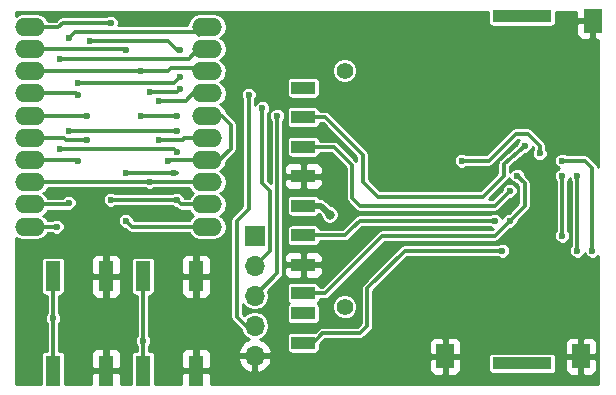
<source format=gbr>
G04 #@! TF.FileFunction,Copper,L1,Top,Signal*
%FSLAX46Y46*%
G04 Gerber Fmt 4.6, Leading zero omitted, Abs format (unit mm)*
G04 Created by KiCad (PCBNEW 4.0.4-stable) date 04/15/18 13:16:19*
%MOMM*%
%LPD*%
G01*
G04 APERTURE LIST*
%ADD10C,0.100000*%
%ADD11R,1.700000X1.700000*%
%ADD12O,1.700000X1.700000*%
%ADD13O,2.540000X1.524000*%
%ADD14R,1.270000X2.540000*%
%ADD15R,5.000000X1.000000*%
%ADD16R,1.500000X2.000000*%
%ADD17C,1.400000*%
%ADD18R,2.000000X1.100000*%
%ADD19C,0.800000*%
%ADD20C,0.600000*%
%ADD21C,0.500000*%
%ADD22C,0.300000*%
%ADD23C,0.250000*%
G04 APERTURE END LIST*
D10*
D11*
X151130000Y-109220000D03*
D12*
X151130000Y-111760000D03*
X151130000Y-114300000D03*
X151130000Y-116840000D03*
X151130000Y-119380000D03*
D13*
X132080000Y-99060000D03*
X132080000Y-97180000D03*
X132080000Y-100940000D03*
X132080000Y-102820000D03*
X132080000Y-104700000D03*
X132080000Y-106580000D03*
X132080000Y-108460000D03*
X132080000Y-95300000D03*
X132080000Y-93420000D03*
X132080000Y-91540000D03*
X147080000Y-108460000D03*
X147080000Y-106580000D03*
X147080000Y-104700000D03*
X147080000Y-102820000D03*
X147080000Y-100940000D03*
X147080000Y-99060000D03*
X147080000Y-97180000D03*
X147080000Y-95300000D03*
X147080000Y-93420000D03*
X147080000Y-91540000D03*
D14*
X134040000Y-120650000D03*
X134040000Y-112650000D03*
X138540000Y-112650000D03*
X138540000Y-120650000D03*
X141660000Y-120650000D03*
X141660000Y-112650000D03*
X146160000Y-112650000D03*
X146160000Y-120650000D03*
D15*
X173750000Y-120045000D03*
D16*
X179750000Y-91045000D03*
X178750000Y-119445000D03*
X167250000Y-119445000D03*
D17*
X158750000Y-115245000D03*
D18*
X155250000Y-118295000D03*
X155250000Y-115795000D03*
X155250000Y-114095000D03*
X155250000Y-111695000D03*
X155250000Y-109195000D03*
X155250000Y-106695000D03*
X155250000Y-104195000D03*
X155250000Y-101695000D03*
X155250000Y-99195000D03*
X155250000Y-96695000D03*
D17*
X158750000Y-95245000D03*
D15*
X173750000Y-90645000D03*
D19*
X157480000Y-107442000D03*
X160655000Y-118745000D03*
X167132000Y-102616000D03*
X170180000Y-100330000D03*
X165735000Y-111760000D03*
X168275000Y-97790000D03*
D20*
X173990000Y-101600000D03*
X172720000Y-105410000D03*
X171450000Y-107950000D03*
X173355000Y-104140000D03*
X172720000Y-107950000D03*
X134040000Y-116205000D03*
X178435000Y-104140000D03*
X178435000Y-110490000D03*
X141660000Y-118110000D03*
X179705000Y-110490000D03*
X177165000Y-102870000D03*
X175260000Y-102235000D03*
X168656000Y-102870000D03*
X177165000Y-104140000D03*
X177165000Y-109220000D03*
X153035000Y-99060000D03*
X151765000Y-98425000D03*
X150622000Y-97282000D03*
X144780000Y-96774000D03*
X142240000Y-97028000D03*
X142240000Y-104648000D03*
X144526000Y-99060000D03*
X141478000Y-95250000D03*
X141478000Y-99060000D03*
X144780000Y-93472000D03*
X137160000Y-92710000D03*
X136906000Y-101092000D03*
X136906000Y-99060000D03*
X136144000Y-97282000D03*
X144780000Y-95758000D03*
X136144000Y-96266000D03*
X136144000Y-102870000D03*
X135382000Y-92456000D03*
X144526000Y-100330000D03*
X135382000Y-100330000D03*
X135382000Y-106426000D03*
X134620000Y-101854000D03*
X144526000Y-102108000D03*
X134620000Y-94234000D03*
X134366000Y-108458000D03*
X140208000Y-107950000D03*
X144272000Y-103886000D03*
X140208000Y-103886000D03*
X140208000Y-93472000D03*
X144526000Y-106172000D03*
X138938000Y-106172000D03*
X138938000Y-91186000D03*
X143764000Y-102870000D03*
X143002000Y-101092000D03*
X143002000Y-97790000D03*
X172085000Y-110490000D03*
D21*
X156733000Y-106695000D02*
X155250000Y-106695000D01*
X157480000Y-107442000D02*
X156733000Y-106695000D01*
D22*
X160274000Y-102616000D02*
X160274000Y-102362000D01*
X172212000Y-103124000D02*
X173990000Y-101600000D01*
X172212000Y-104140000D02*
X172212000Y-103124000D01*
X170434000Y-105918000D02*
X172212000Y-104140000D01*
X161544000Y-105918000D02*
X170434000Y-105918000D01*
X160274000Y-104648000D02*
X161544000Y-105918000D01*
X160274000Y-102616000D02*
X160274000Y-104648000D01*
X157107000Y-99195000D02*
X155250000Y-99195000D01*
X160274000Y-102362000D02*
X157107000Y-99195000D01*
X159385000Y-103505000D02*
X159385000Y-103251000D01*
X171450000Y-106680000D02*
X172720000Y-105410000D01*
X160020000Y-106680000D02*
X171450000Y-106680000D01*
X159385000Y-106045000D02*
X160020000Y-106680000D01*
X159385000Y-103505000D02*
X159385000Y-106045000D01*
X157829000Y-101695000D02*
X155250000Y-101695000D01*
X159385000Y-103251000D02*
X157829000Y-101695000D01*
X155250000Y-109195000D02*
X158775000Y-109195000D01*
X160020000Y-107950000D02*
X171450000Y-107950000D01*
X159410000Y-108560000D02*
X160020000Y-107950000D01*
X158775000Y-109195000D02*
X159410000Y-108560000D01*
X155250000Y-114095000D02*
X157050000Y-114095000D01*
X161925000Y-109220000D02*
X171450000Y-109220000D01*
X171450000Y-109220000D02*
X172720000Y-107950000D01*
X157685000Y-113460000D02*
X161290000Y-109855000D01*
X161290000Y-109855000D02*
X161925000Y-109220000D01*
X157050000Y-114095000D02*
X157685000Y-113460000D01*
X172720000Y-107950000D02*
X173990000Y-106680000D01*
X173990000Y-104775000D02*
X173355000Y-104140000D01*
X173990000Y-106680000D02*
X173990000Y-104775000D01*
X178435000Y-108585000D02*
X178435000Y-104140000D01*
X178435000Y-110490000D02*
X178435000Y-108585000D01*
X134040000Y-120650000D02*
X134040000Y-116205000D01*
X134040000Y-116205000D02*
X134040000Y-112650000D01*
X179705000Y-110490000D02*
X179705000Y-108585000D01*
X179705000Y-108585000D02*
X179705000Y-103505000D01*
X179705000Y-103505000D02*
X179070000Y-102870000D01*
X179070000Y-102870000D02*
X177165000Y-102870000D01*
X141660000Y-112650000D02*
X141660000Y-118110000D01*
X141660000Y-118110000D02*
X141660000Y-120650000D01*
X175260000Y-102235000D02*
X175260000Y-101600000D01*
X170942000Y-102870000D02*
X168656000Y-102870000D01*
X173228000Y-100584000D02*
X170942000Y-102870000D01*
X174244000Y-100584000D02*
X173228000Y-100584000D01*
X175260000Y-101600000D02*
X174244000Y-100584000D01*
X177165000Y-109220000D02*
X177165000Y-104140000D01*
X153035000Y-102870000D02*
X153035000Y-99060000D01*
X153035000Y-112395000D02*
X153035000Y-102870000D01*
X151130000Y-114300000D02*
X153035000Y-112395000D01*
X151765000Y-104775000D02*
X151765000Y-98425000D01*
X152400000Y-105410000D02*
X151765000Y-104775000D01*
X152400000Y-110490000D02*
X152400000Y-105410000D01*
X151130000Y-111760000D02*
X152400000Y-110490000D01*
X150622000Y-97282000D02*
X150622000Y-106934000D01*
X149606000Y-116078000D02*
X150368000Y-116840000D01*
X149606000Y-107950000D02*
X149606000Y-116078000D01*
X150622000Y-106934000D02*
X149606000Y-107950000D01*
X150368000Y-116840000D02*
X151130000Y-116840000D01*
X151130000Y-116840000D02*
X150495000Y-116840000D01*
X144780000Y-96774000D02*
X144526000Y-97028000D01*
X144526000Y-97028000D02*
X142240000Y-97028000D01*
X142494000Y-104648000D02*
X142240000Y-104648000D01*
X142240000Y-104648000D02*
X132132000Y-104648000D01*
X132132000Y-104648000D02*
X132080000Y-104700000D01*
X142546000Y-104700000D02*
X147080000Y-104700000D01*
X142494000Y-104648000D02*
X142546000Y-104700000D01*
X141478000Y-95250000D02*
X143764000Y-95250000D01*
X144018000Y-94996000D02*
X146776000Y-94996000D01*
X143764000Y-95250000D02*
X144018000Y-94996000D01*
X146776000Y-94996000D02*
X147080000Y-95300000D01*
X141428000Y-95300000D02*
X132080000Y-95300000D01*
X141478000Y-95250000D02*
X141428000Y-95300000D01*
X144526000Y-99060000D02*
X141478000Y-99060000D01*
X144780000Y-93472000D02*
X144526000Y-93472000D01*
X143764000Y-92710000D02*
X137160000Y-92710000D01*
X144526000Y-93472000D02*
X143764000Y-92710000D01*
X132080000Y-100940000D02*
X134976000Y-100940000D01*
X135128000Y-101092000D02*
X136906000Y-101092000D01*
X134976000Y-100940000D02*
X135128000Y-101092000D01*
X132080000Y-99060000D02*
X136906000Y-99060000D01*
X132080000Y-97180000D02*
X136042000Y-97180000D01*
X136042000Y-97180000D02*
X136144000Y-97282000D01*
X132080000Y-102820000D02*
X136094000Y-102820000D01*
X144272000Y-96266000D02*
X144780000Y-95758000D01*
X136144000Y-96266000D02*
X144272000Y-96266000D01*
X136144000Y-96266000D02*
X136144000Y-96266000D01*
X136094000Y-102820000D02*
X136144000Y-102870000D01*
X135890000Y-91948000D02*
X146418000Y-91948000D01*
X135382000Y-92456000D02*
X135890000Y-91948000D01*
X146418000Y-92202000D02*
X147080000Y-91540000D01*
X132080000Y-106580000D02*
X135228000Y-106580000D01*
X135382000Y-100330000D02*
X144526000Y-100330000D01*
X135228000Y-106580000D02*
X135382000Y-106426000D01*
X144272000Y-101854000D02*
X134620000Y-101854000D01*
X144526000Y-102108000D02*
X144272000Y-101854000D01*
X132080000Y-108460000D02*
X134364000Y-108460000D01*
X145542000Y-94234000D02*
X146356000Y-93420000D01*
X145034000Y-94234000D02*
X145542000Y-94234000D01*
X144272000Y-94234000D02*
X145034000Y-94234000D01*
X134620000Y-94234000D02*
X144272000Y-94234000D01*
X134364000Y-108460000D02*
X134366000Y-108458000D01*
X146356000Y-93420000D02*
X147080000Y-93420000D01*
X140718000Y-108460000D02*
X147080000Y-108460000D01*
X140208000Y-107950000D02*
X140718000Y-108460000D01*
X132080000Y-93420000D02*
X140156000Y-93420000D01*
X144526000Y-103886000D02*
X144272000Y-103886000D01*
X140208000Y-103886000D02*
X144526000Y-103886000D01*
X140156000Y-93420000D02*
X140208000Y-93472000D01*
X132080000Y-91540000D02*
X134520000Y-91540000D01*
X144934000Y-106580000D02*
X147080000Y-106580000D01*
X144526000Y-106172000D02*
X144934000Y-106580000D01*
X138938000Y-106172000D02*
X144526000Y-106172000D01*
X134874000Y-91186000D02*
X138938000Y-91186000D01*
X134520000Y-91540000D02*
X134874000Y-91186000D01*
X147080000Y-99060000D02*
X148336000Y-99060000D01*
X148336000Y-99060000D02*
X149098000Y-99822000D01*
X149098000Y-99822000D02*
X149098000Y-101854000D01*
X149098000Y-101854000D02*
X148132000Y-102820000D01*
X148132000Y-102820000D02*
X147080000Y-102820000D01*
X143814000Y-102820000D02*
X147080000Y-102820000D01*
X143764000Y-102870000D02*
X143814000Y-102820000D01*
X145186000Y-100940000D02*
X147080000Y-100940000D01*
X145034000Y-101092000D02*
X145186000Y-100940000D01*
X143002000Y-101092000D02*
X145034000Y-101092000D01*
X145288000Y-97790000D02*
X145898000Y-97180000D01*
X143002000Y-97790000D02*
X145288000Y-97790000D01*
X145898000Y-97180000D02*
X147080000Y-97180000D01*
X156718000Y-117602000D02*
X156210000Y-118110000D01*
X156210000Y-118110000D02*
X155435000Y-118110000D01*
X155435000Y-118110000D02*
X155250000Y-118295000D01*
X163830000Y-110490000D02*
X172085000Y-110490000D01*
X160655000Y-113665000D02*
X163830000Y-110490000D01*
X160655000Y-116840000D02*
X160655000Y-113665000D01*
X160020000Y-117475000D02*
X160655000Y-116840000D01*
X156845000Y-117475000D02*
X160020000Y-117475000D01*
X156660000Y-117660000D02*
X156718000Y-117602000D01*
X156718000Y-117602000D02*
X156845000Y-117475000D01*
D23*
G36*
X170867654Y-91145000D02*
X170893802Y-91283966D01*
X170975931Y-91411599D01*
X171101246Y-91497223D01*
X171250000Y-91527346D01*
X176250000Y-91527346D01*
X176388966Y-91501198D01*
X176516599Y-91419069D01*
X176575919Y-91332250D01*
X178367000Y-91332250D01*
X178367000Y-92170911D01*
X178463368Y-92403565D01*
X178641434Y-92581631D01*
X178874088Y-92678000D01*
X179462750Y-92678000D01*
X179621000Y-92519750D01*
X179621000Y-91174000D01*
X178525250Y-91174000D01*
X178367000Y-91332250D01*
X176575919Y-91332250D01*
X176602223Y-91293754D01*
X176632346Y-91145000D01*
X176632346Y-90295000D01*
X178367000Y-90295000D01*
X178367000Y-90757750D01*
X178525250Y-90916000D01*
X179621000Y-90916000D01*
X179621000Y-90896000D01*
X179879000Y-90896000D01*
X179879000Y-90916000D01*
X179899000Y-90916000D01*
X179899000Y-91174000D01*
X179879000Y-91174000D01*
X179879000Y-92519750D01*
X180037250Y-92678000D01*
X180215000Y-92678000D01*
X180215000Y-103429589D01*
X180190037Y-103304091D01*
X180076231Y-103133769D01*
X179441231Y-102498769D01*
X179270909Y-102384963D01*
X179070000Y-102345000D01*
X177594677Y-102345000D01*
X177547856Y-102298097D01*
X177299855Y-102195117D01*
X177031323Y-102194883D01*
X176783143Y-102297429D01*
X176593097Y-102487144D01*
X176490117Y-102735145D01*
X176489883Y-103003677D01*
X176592429Y-103251857D01*
X176782144Y-103441903D01*
X176934165Y-103505028D01*
X176783143Y-103567429D01*
X176593097Y-103757144D01*
X176490117Y-104005145D01*
X176489883Y-104273677D01*
X176592429Y-104521857D01*
X176640000Y-104569511D01*
X176640000Y-108790323D01*
X176593097Y-108837144D01*
X176490117Y-109085145D01*
X176489883Y-109353677D01*
X176592429Y-109601857D01*
X176782144Y-109791903D01*
X177030145Y-109894883D01*
X177298677Y-109895117D01*
X177546857Y-109792571D01*
X177736903Y-109602856D01*
X177839883Y-109354855D01*
X177840117Y-109086323D01*
X177737571Y-108838143D01*
X177690000Y-108790489D01*
X177690000Y-104569677D01*
X177736903Y-104522856D01*
X177800028Y-104370835D01*
X177862429Y-104521857D01*
X177910000Y-104569511D01*
X177910000Y-110060323D01*
X177863097Y-110107144D01*
X177760117Y-110355145D01*
X177759883Y-110623677D01*
X177862429Y-110871857D01*
X178052144Y-111061903D01*
X178300145Y-111164883D01*
X178568677Y-111165117D01*
X178816857Y-111062571D01*
X179006903Y-110872856D01*
X179070028Y-110720835D01*
X179132429Y-110871857D01*
X179322144Y-111061903D01*
X179570145Y-111164883D01*
X179838677Y-111165117D01*
X180086857Y-111062571D01*
X180215000Y-110934651D01*
X180215000Y-121795000D01*
X147428000Y-121795000D01*
X147428000Y-120937250D01*
X147269750Y-120779000D01*
X146289000Y-120779000D01*
X146289000Y-120799000D01*
X146031000Y-120799000D01*
X146031000Y-120779000D01*
X145050250Y-120779000D01*
X144892000Y-120937250D01*
X144892000Y-121795000D01*
X142677346Y-121795000D01*
X142677346Y-119380000D01*
X142653655Y-119254089D01*
X144892000Y-119254089D01*
X144892000Y-120362750D01*
X145050250Y-120521000D01*
X146031000Y-120521000D01*
X146031000Y-118905250D01*
X146289000Y-118905250D01*
X146289000Y-120521000D01*
X147269750Y-120521000D01*
X147428000Y-120362750D01*
X147428000Y-119738525D01*
X149690990Y-119738525D01*
X149858943Y-120144024D01*
X150248076Y-120572279D01*
X150771474Y-120819020D01*
X151001000Y-120699139D01*
X151001000Y-119509000D01*
X151259000Y-119509000D01*
X151259000Y-120699139D01*
X151488526Y-120819020D01*
X152011924Y-120572279D01*
X152401057Y-120144024D01*
X152569010Y-119738525D01*
X152565715Y-119732250D01*
X165867000Y-119732250D01*
X165867000Y-120570911D01*
X165963368Y-120803565D01*
X166141434Y-120981631D01*
X166374088Y-121078000D01*
X166962750Y-121078000D01*
X167121000Y-120919750D01*
X167121000Y-119574000D01*
X167379000Y-119574000D01*
X167379000Y-120919750D01*
X167537250Y-121078000D01*
X168125912Y-121078000D01*
X168358566Y-120981631D01*
X168536632Y-120803565D01*
X168633000Y-120570911D01*
X168633000Y-119732250D01*
X168474750Y-119574000D01*
X167379000Y-119574000D01*
X167121000Y-119574000D01*
X166025250Y-119574000D01*
X165867000Y-119732250D01*
X152565715Y-119732250D01*
X152467363Y-119545000D01*
X170867654Y-119545000D01*
X170867654Y-120545000D01*
X170893802Y-120683966D01*
X170975931Y-120811599D01*
X171101246Y-120897223D01*
X171250000Y-120927346D01*
X176250000Y-120927346D01*
X176388966Y-120901198D01*
X176516599Y-120819069D01*
X176602223Y-120693754D01*
X176632346Y-120545000D01*
X176632346Y-119732250D01*
X177367000Y-119732250D01*
X177367000Y-120570911D01*
X177463368Y-120803565D01*
X177641434Y-120981631D01*
X177874088Y-121078000D01*
X178462750Y-121078000D01*
X178621000Y-120919750D01*
X178621000Y-119574000D01*
X178879000Y-119574000D01*
X178879000Y-120919750D01*
X179037250Y-121078000D01*
X179625912Y-121078000D01*
X179858566Y-120981631D01*
X180036632Y-120803565D01*
X180133000Y-120570911D01*
X180133000Y-119732250D01*
X179974750Y-119574000D01*
X178879000Y-119574000D01*
X178621000Y-119574000D01*
X177525250Y-119574000D01*
X177367000Y-119732250D01*
X176632346Y-119732250D01*
X176632346Y-119545000D01*
X176606198Y-119406034D01*
X176524069Y-119278401D01*
X176398754Y-119192777D01*
X176250000Y-119162654D01*
X171250000Y-119162654D01*
X171111034Y-119188802D01*
X170983401Y-119270931D01*
X170897777Y-119396246D01*
X170867654Y-119545000D01*
X152467363Y-119545000D01*
X152448454Y-119509000D01*
X151259000Y-119509000D01*
X151001000Y-119509000D01*
X149811546Y-119509000D01*
X149690990Y-119738525D01*
X147428000Y-119738525D01*
X147428000Y-119254089D01*
X147331632Y-119021435D01*
X147153566Y-118843369D01*
X146920912Y-118747000D01*
X146447250Y-118747000D01*
X146289000Y-118905250D01*
X146031000Y-118905250D01*
X145872750Y-118747000D01*
X145399088Y-118747000D01*
X145166434Y-118843369D01*
X144988368Y-119021435D01*
X144892000Y-119254089D01*
X142653655Y-119254089D01*
X142651198Y-119241034D01*
X142569069Y-119113401D01*
X142443754Y-119027777D01*
X142295000Y-118997654D01*
X142185000Y-118997654D01*
X142185000Y-118539677D01*
X142231903Y-118492856D01*
X142334883Y-118244855D01*
X142335117Y-117976323D01*
X142232571Y-117728143D01*
X142185000Y-117680489D01*
X142185000Y-114302346D01*
X142295000Y-114302346D01*
X142433966Y-114276198D01*
X142561599Y-114194069D01*
X142647223Y-114068754D01*
X142677346Y-113920000D01*
X142677346Y-112937250D01*
X144892000Y-112937250D01*
X144892000Y-114045911D01*
X144988368Y-114278565D01*
X145166434Y-114456631D01*
X145399088Y-114553000D01*
X145872750Y-114553000D01*
X146031000Y-114394750D01*
X146031000Y-112779000D01*
X146289000Y-112779000D01*
X146289000Y-114394750D01*
X146447250Y-114553000D01*
X146920912Y-114553000D01*
X147153566Y-114456631D01*
X147331632Y-114278565D01*
X147428000Y-114045911D01*
X147428000Y-112937250D01*
X147269750Y-112779000D01*
X146289000Y-112779000D01*
X146031000Y-112779000D01*
X145050250Y-112779000D01*
X144892000Y-112937250D01*
X142677346Y-112937250D01*
X142677346Y-111380000D01*
X142653655Y-111254089D01*
X144892000Y-111254089D01*
X144892000Y-112362750D01*
X145050250Y-112521000D01*
X146031000Y-112521000D01*
X146031000Y-110905250D01*
X146289000Y-110905250D01*
X146289000Y-112521000D01*
X147269750Y-112521000D01*
X147428000Y-112362750D01*
X147428000Y-111254089D01*
X147331632Y-111021435D01*
X147153566Y-110843369D01*
X146920912Y-110747000D01*
X146447250Y-110747000D01*
X146289000Y-110905250D01*
X146031000Y-110905250D01*
X145872750Y-110747000D01*
X145399088Y-110747000D01*
X145166434Y-110843369D01*
X144988368Y-111021435D01*
X144892000Y-111254089D01*
X142653655Y-111254089D01*
X142651198Y-111241034D01*
X142569069Y-111113401D01*
X142443754Y-111027777D01*
X142295000Y-110997654D01*
X141025000Y-110997654D01*
X140886034Y-111023802D01*
X140758401Y-111105931D01*
X140672777Y-111231246D01*
X140642654Y-111380000D01*
X140642654Y-113920000D01*
X140668802Y-114058966D01*
X140750931Y-114186599D01*
X140876246Y-114272223D01*
X141025000Y-114302346D01*
X141135000Y-114302346D01*
X141135000Y-117680323D01*
X141088097Y-117727144D01*
X140985117Y-117975145D01*
X140984883Y-118243677D01*
X141087429Y-118491857D01*
X141135000Y-118539511D01*
X141135000Y-118997654D01*
X141025000Y-118997654D01*
X140886034Y-119023802D01*
X140758401Y-119105931D01*
X140672777Y-119231246D01*
X140642654Y-119380000D01*
X140642654Y-121795000D01*
X139808000Y-121795000D01*
X139808000Y-120937250D01*
X139649750Y-120779000D01*
X138669000Y-120779000D01*
X138669000Y-120799000D01*
X138411000Y-120799000D01*
X138411000Y-120779000D01*
X137430250Y-120779000D01*
X137272000Y-120937250D01*
X137272000Y-121795000D01*
X135057346Y-121795000D01*
X135057346Y-119380000D01*
X135033655Y-119254089D01*
X137272000Y-119254089D01*
X137272000Y-120362750D01*
X137430250Y-120521000D01*
X138411000Y-120521000D01*
X138411000Y-118905250D01*
X138669000Y-118905250D01*
X138669000Y-120521000D01*
X139649750Y-120521000D01*
X139808000Y-120362750D01*
X139808000Y-119254089D01*
X139711632Y-119021435D01*
X139533566Y-118843369D01*
X139300912Y-118747000D01*
X138827250Y-118747000D01*
X138669000Y-118905250D01*
X138411000Y-118905250D01*
X138252750Y-118747000D01*
X137779088Y-118747000D01*
X137546434Y-118843369D01*
X137368368Y-119021435D01*
X137272000Y-119254089D01*
X135033655Y-119254089D01*
X135031198Y-119241034D01*
X134949069Y-119113401D01*
X134823754Y-119027777D01*
X134675000Y-118997654D01*
X134565000Y-118997654D01*
X134565000Y-116634677D01*
X134611903Y-116587856D01*
X134714883Y-116339855D01*
X134715117Y-116071323D01*
X134612571Y-115823143D01*
X134565000Y-115775489D01*
X134565000Y-114302346D01*
X134675000Y-114302346D01*
X134813966Y-114276198D01*
X134941599Y-114194069D01*
X135027223Y-114068754D01*
X135057346Y-113920000D01*
X135057346Y-112937250D01*
X137272000Y-112937250D01*
X137272000Y-114045911D01*
X137368368Y-114278565D01*
X137546434Y-114456631D01*
X137779088Y-114553000D01*
X138252750Y-114553000D01*
X138411000Y-114394750D01*
X138411000Y-112779000D01*
X138669000Y-112779000D01*
X138669000Y-114394750D01*
X138827250Y-114553000D01*
X139300912Y-114553000D01*
X139533566Y-114456631D01*
X139711632Y-114278565D01*
X139808000Y-114045911D01*
X139808000Y-112937250D01*
X139649750Y-112779000D01*
X138669000Y-112779000D01*
X138411000Y-112779000D01*
X137430250Y-112779000D01*
X137272000Y-112937250D01*
X135057346Y-112937250D01*
X135057346Y-111380000D01*
X135033655Y-111254089D01*
X137272000Y-111254089D01*
X137272000Y-112362750D01*
X137430250Y-112521000D01*
X138411000Y-112521000D01*
X138411000Y-110905250D01*
X138669000Y-110905250D01*
X138669000Y-112521000D01*
X139649750Y-112521000D01*
X139808000Y-112362750D01*
X139808000Y-111254089D01*
X139711632Y-111021435D01*
X139533566Y-110843369D01*
X139300912Y-110747000D01*
X138827250Y-110747000D01*
X138669000Y-110905250D01*
X138411000Y-110905250D01*
X138252750Y-110747000D01*
X137779088Y-110747000D01*
X137546434Y-110843369D01*
X137368368Y-111021435D01*
X137272000Y-111254089D01*
X135033655Y-111254089D01*
X135031198Y-111241034D01*
X134949069Y-111113401D01*
X134823754Y-111027777D01*
X134675000Y-110997654D01*
X133405000Y-110997654D01*
X133266034Y-111023802D01*
X133138401Y-111105931D01*
X133052777Y-111231246D01*
X133022654Y-111380000D01*
X133022654Y-113920000D01*
X133048802Y-114058966D01*
X133130931Y-114186599D01*
X133256246Y-114272223D01*
X133405000Y-114302346D01*
X133515000Y-114302346D01*
X133515000Y-115775323D01*
X133468097Y-115822144D01*
X133365117Y-116070145D01*
X133364883Y-116338677D01*
X133467429Y-116586857D01*
X133515000Y-116634511D01*
X133515000Y-118997654D01*
X133405000Y-118997654D01*
X133266034Y-119023802D01*
X133138401Y-119105931D01*
X133052777Y-119231246D01*
X133022654Y-119380000D01*
X133022654Y-121795000D01*
X130935000Y-121795000D01*
X130935000Y-109397086D01*
X131104662Y-109510451D01*
X131539773Y-109597000D01*
X132620227Y-109597000D01*
X133055338Y-109510451D01*
X133424207Y-109263980D01*
X133610616Y-108985000D01*
X133938319Y-108985000D01*
X133983144Y-109029903D01*
X134231145Y-109132883D01*
X134499677Y-109133117D01*
X134747857Y-109030571D01*
X134937903Y-108840856D01*
X135040883Y-108592855D01*
X135041117Y-108324323D01*
X134938571Y-108076143D01*
X134748856Y-107886097D01*
X134500855Y-107783117D01*
X134232323Y-107782883D01*
X133984143Y-107885429D01*
X133934486Y-107935000D01*
X133610616Y-107935000D01*
X133424207Y-107656020D01*
X133220639Y-107520000D01*
X133424207Y-107383980D01*
X133610616Y-107105000D01*
X135228000Y-107105000D01*
X135248691Y-107100884D01*
X135515677Y-107101117D01*
X135763857Y-106998571D01*
X135953903Y-106808856D01*
X136056883Y-106560855D01*
X136057117Y-106292323D01*
X135954571Y-106044143D01*
X135764856Y-105854097D01*
X135516855Y-105751117D01*
X135248323Y-105750883D01*
X135000143Y-105853429D01*
X134810097Y-106043144D01*
X134805174Y-106055000D01*
X133610616Y-106055000D01*
X133424207Y-105776020D01*
X133220639Y-105640000D01*
X133424207Y-105503980D01*
X133645361Y-105173000D01*
X141810323Y-105173000D01*
X141857144Y-105219903D01*
X142105145Y-105322883D01*
X142373677Y-105323117D01*
X142611138Y-105225000D01*
X145549384Y-105225000D01*
X145735793Y-105503980D01*
X145939361Y-105640000D01*
X145735793Y-105776020D01*
X145549384Y-106055000D01*
X145201102Y-106055000D01*
X145201117Y-106038323D01*
X145098571Y-105790143D01*
X144908856Y-105600097D01*
X144660855Y-105497117D01*
X144392323Y-105496883D01*
X144144143Y-105599429D01*
X144096489Y-105647000D01*
X139367677Y-105647000D01*
X139320856Y-105600097D01*
X139072855Y-105497117D01*
X138804323Y-105496883D01*
X138556143Y-105599429D01*
X138366097Y-105789144D01*
X138263117Y-106037145D01*
X138262883Y-106305677D01*
X138365429Y-106553857D01*
X138555144Y-106743903D01*
X138803145Y-106846883D01*
X139071677Y-106847117D01*
X139319857Y-106744571D01*
X139367511Y-106697000D01*
X144096323Y-106697000D01*
X144143144Y-106743903D01*
X144391145Y-106846883D01*
X144458480Y-106846942D01*
X144562769Y-106951231D01*
X144733091Y-107065037D01*
X144934000Y-107105000D01*
X145549384Y-107105000D01*
X145735793Y-107383980D01*
X145939361Y-107520000D01*
X145735793Y-107656020D01*
X145549384Y-107935000D01*
X140935462Y-107935000D01*
X140883059Y-107882597D01*
X140883117Y-107816323D01*
X140780571Y-107568143D01*
X140590856Y-107378097D01*
X140342855Y-107275117D01*
X140074323Y-107274883D01*
X139826143Y-107377429D01*
X139636097Y-107567144D01*
X139533117Y-107815145D01*
X139532883Y-108083677D01*
X139635429Y-108331857D01*
X139825144Y-108521903D01*
X140073145Y-108624883D01*
X140140480Y-108624942D01*
X140346769Y-108831231D01*
X140517091Y-108945037D01*
X140718000Y-108985000D01*
X145549384Y-108985000D01*
X145735793Y-109263980D01*
X146104662Y-109510451D01*
X146539773Y-109597000D01*
X147620227Y-109597000D01*
X148055338Y-109510451D01*
X148424207Y-109263980D01*
X148670678Y-108895111D01*
X148757227Y-108460000D01*
X148670678Y-108024889D01*
X148620639Y-107950000D01*
X149081000Y-107950000D01*
X149081000Y-116078000D01*
X149120963Y-116278909D01*
X149234769Y-116449231D01*
X149944434Y-117158896D01*
X149974249Y-117308787D01*
X150239795Y-117706206D01*
X150637214Y-117971752D01*
X150685729Y-117981402D01*
X150248076Y-118187721D01*
X149858943Y-118615976D01*
X149690990Y-119021475D01*
X149811546Y-119251000D01*
X151001000Y-119251000D01*
X151001000Y-119231000D01*
X151259000Y-119231000D01*
X151259000Y-119251000D01*
X152448454Y-119251000D01*
X152569010Y-119021475D01*
X152401057Y-118615976D01*
X152011924Y-118187721D01*
X151574271Y-117981402D01*
X151622786Y-117971752D01*
X151962145Y-117745000D01*
X153867654Y-117745000D01*
X153867654Y-118845000D01*
X153893802Y-118983966D01*
X153975931Y-119111599D01*
X154101246Y-119197223D01*
X154250000Y-119227346D01*
X156250000Y-119227346D01*
X156388966Y-119201198D01*
X156516599Y-119119069D01*
X156602223Y-118993754D01*
X156632346Y-118845000D01*
X156632346Y-118430116D01*
X156743373Y-118319089D01*
X165867000Y-118319089D01*
X165867000Y-119157750D01*
X166025250Y-119316000D01*
X167121000Y-119316000D01*
X167121000Y-117970250D01*
X167379000Y-117970250D01*
X167379000Y-119316000D01*
X168474750Y-119316000D01*
X168633000Y-119157750D01*
X168633000Y-118319089D01*
X177367000Y-118319089D01*
X177367000Y-119157750D01*
X177525250Y-119316000D01*
X178621000Y-119316000D01*
X178621000Y-117970250D01*
X178879000Y-117970250D01*
X178879000Y-119316000D01*
X179974750Y-119316000D01*
X180133000Y-119157750D01*
X180133000Y-118319089D01*
X180036632Y-118086435D01*
X179858566Y-117908369D01*
X179625912Y-117812000D01*
X179037250Y-117812000D01*
X178879000Y-117970250D01*
X178621000Y-117970250D01*
X178462750Y-117812000D01*
X177874088Y-117812000D01*
X177641434Y-117908369D01*
X177463368Y-118086435D01*
X177367000Y-118319089D01*
X168633000Y-118319089D01*
X168536632Y-118086435D01*
X168358566Y-117908369D01*
X168125912Y-117812000D01*
X167537250Y-117812000D01*
X167379000Y-117970250D01*
X167121000Y-117970250D01*
X166962750Y-117812000D01*
X166374088Y-117812000D01*
X166141434Y-117908369D01*
X165963368Y-118086435D01*
X165867000Y-118319089D01*
X156743373Y-118319089D01*
X157062462Y-118000000D01*
X160020000Y-118000000D01*
X160220909Y-117960037D01*
X160391231Y-117846231D01*
X161026231Y-117211231D01*
X161140037Y-117040909D01*
X161180000Y-116840000D01*
X161180000Y-113882462D01*
X164047462Y-111015000D01*
X171655323Y-111015000D01*
X171702144Y-111061903D01*
X171950145Y-111164883D01*
X172218677Y-111165117D01*
X172466857Y-111062571D01*
X172656903Y-110872856D01*
X172759883Y-110624855D01*
X172760117Y-110356323D01*
X172657571Y-110108143D01*
X172467856Y-109918097D01*
X172219855Y-109815117D01*
X171951323Y-109814883D01*
X171703143Y-109917429D01*
X171655489Y-109965000D01*
X163830000Y-109965000D01*
X163629091Y-110004963D01*
X163458769Y-110118769D01*
X160283769Y-113293769D01*
X160169963Y-113464091D01*
X160130000Y-113665000D01*
X160130000Y-116622538D01*
X159802538Y-116950000D01*
X156845000Y-116950000D01*
X156644091Y-116989963D01*
X156473769Y-117103769D01*
X156214884Y-117362654D01*
X154250000Y-117362654D01*
X154111034Y-117388802D01*
X153983401Y-117470931D01*
X153897777Y-117596246D01*
X153867654Y-117745000D01*
X151962145Y-117745000D01*
X152020205Y-117706206D01*
X152285751Y-117308787D01*
X152378999Y-116840000D01*
X152285751Y-116371213D01*
X152020205Y-115973794D01*
X151622786Y-115708248D01*
X151153999Y-115615000D01*
X151106001Y-115615000D01*
X150637214Y-115708248D01*
X150242469Y-115972007D01*
X150131000Y-115860538D01*
X150131000Y-115003382D01*
X150239795Y-115166206D01*
X150637214Y-115431752D01*
X151106001Y-115525000D01*
X151153999Y-115525000D01*
X151622786Y-115431752D01*
X152020205Y-115166206D01*
X152285751Y-114768787D01*
X152378999Y-114300000D01*
X152294959Y-113877503D01*
X153406231Y-112766231D01*
X153520037Y-112595909D01*
X153560000Y-112395000D01*
X153560000Y-111982250D01*
X153617000Y-111982250D01*
X153617000Y-112370911D01*
X153713368Y-112603565D01*
X153891434Y-112781631D01*
X154124088Y-112878000D01*
X154962750Y-112878000D01*
X155121000Y-112719750D01*
X155121000Y-111824000D01*
X155379000Y-111824000D01*
X155379000Y-112719750D01*
X155537250Y-112878000D01*
X156375912Y-112878000D01*
X156608566Y-112781631D01*
X156786632Y-112603565D01*
X156883000Y-112370911D01*
X156883000Y-111982250D01*
X156724750Y-111824000D01*
X155379000Y-111824000D01*
X155121000Y-111824000D01*
X153775250Y-111824000D01*
X153617000Y-111982250D01*
X153560000Y-111982250D01*
X153560000Y-111019089D01*
X153617000Y-111019089D01*
X153617000Y-111407750D01*
X153775250Y-111566000D01*
X155121000Y-111566000D01*
X155121000Y-110670250D01*
X155379000Y-110670250D01*
X155379000Y-111566000D01*
X156724750Y-111566000D01*
X156883000Y-111407750D01*
X156883000Y-111019089D01*
X156786632Y-110786435D01*
X156608566Y-110608369D01*
X156375912Y-110512000D01*
X155537250Y-110512000D01*
X155379000Y-110670250D01*
X155121000Y-110670250D01*
X154962750Y-110512000D01*
X154124088Y-110512000D01*
X153891434Y-110608369D01*
X153713368Y-110786435D01*
X153617000Y-111019089D01*
X153560000Y-111019089D01*
X153560000Y-106145000D01*
X153867654Y-106145000D01*
X153867654Y-107245000D01*
X153893802Y-107383966D01*
X153975931Y-107511599D01*
X154101246Y-107597223D01*
X154250000Y-107627346D01*
X156250000Y-107627346D01*
X156388966Y-107601198D01*
X156516599Y-107519069D01*
X156580160Y-107426044D01*
X156704905Y-107550788D01*
X156704866Y-107595481D01*
X156822604Y-107880429D01*
X157040425Y-108098630D01*
X157325167Y-108216865D01*
X157633481Y-108217134D01*
X157918429Y-108099396D01*
X158136630Y-107881575D01*
X158254865Y-107596833D01*
X158255134Y-107288519D01*
X158137396Y-107003571D01*
X157919575Y-106785370D01*
X157634833Y-106667135D01*
X157588978Y-106667095D01*
X157174942Y-106253058D01*
X156972177Y-106117575D01*
X156733000Y-106070000D01*
X156618234Y-106070000D01*
X156606198Y-106006034D01*
X156524069Y-105878401D01*
X156398754Y-105792777D01*
X156250000Y-105762654D01*
X154250000Y-105762654D01*
X154111034Y-105788802D01*
X153983401Y-105870931D01*
X153897777Y-105996246D01*
X153867654Y-106145000D01*
X153560000Y-106145000D01*
X153560000Y-104482250D01*
X153617000Y-104482250D01*
X153617000Y-104870911D01*
X153713368Y-105103565D01*
X153891434Y-105281631D01*
X154124088Y-105378000D01*
X154962750Y-105378000D01*
X155121000Y-105219750D01*
X155121000Y-104324000D01*
X155379000Y-104324000D01*
X155379000Y-105219750D01*
X155537250Y-105378000D01*
X156375912Y-105378000D01*
X156608566Y-105281631D01*
X156786632Y-105103565D01*
X156883000Y-104870911D01*
X156883000Y-104482250D01*
X156724750Y-104324000D01*
X155379000Y-104324000D01*
X155121000Y-104324000D01*
X153775250Y-104324000D01*
X153617000Y-104482250D01*
X153560000Y-104482250D01*
X153560000Y-103519089D01*
X153617000Y-103519089D01*
X153617000Y-103907750D01*
X153775250Y-104066000D01*
X155121000Y-104066000D01*
X155121000Y-103170250D01*
X155379000Y-103170250D01*
X155379000Y-104066000D01*
X156724750Y-104066000D01*
X156883000Y-103907750D01*
X156883000Y-103519089D01*
X156786632Y-103286435D01*
X156608566Y-103108369D01*
X156375912Y-103012000D01*
X155537250Y-103012000D01*
X155379000Y-103170250D01*
X155121000Y-103170250D01*
X154962750Y-103012000D01*
X154124088Y-103012000D01*
X153891434Y-103108369D01*
X153713368Y-103286435D01*
X153617000Y-103519089D01*
X153560000Y-103519089D01*
X153560000Y-99489677D01*
X153606903Y-99442856D01*
X153709883Y-99194855D01*
X153710117Y-98926323D01*
X153607571Y-98678143D01*
X153574486Y-98645000D01*
X153867654Y-98645000D01*
X153867654Y-99745000D01*
X153893802Y-99883966D01*
X153975931Y-100011599D01*
X154101246Y-100097223D01*
X154250000Y-100127346D01*
X156250000Y-100127346D01*
X156388966Y-100101198D01*
X156516599Y-100019069D01*
X156602223Y-99893754D01*
X156632346Y-99745000D01*
X156632346Y-99720000D01*
X156889538Y-99720000D01*
X159749000Y-102579462D01*
X159749000Y-102872538D01*
X158200231Y-101323769D01*
X158029909Y-101209963D01*
X157829000Y-101170000D01*
X156632346Y-101170000D01*
X156632346Y-101145000D01*
X156606198Y-101006034D01*
X156524069Y-100878401D01*
X156398754Y-100792777D01*
X156250000Y-100762654D01*
X154250000Y-100762654D01*
X154111034Y-100788802D01*
X153983401Y-100870931D01*
X153897777Y-100996246D01*
X153867654Y-101145000D01*
X153867654Y-102245000D01*
X153893802Y-102383966D01*
X153975931Y-102511599D01*
X154101246Y-102597223D01*
X154250000Y-102627346D01*
X156250000Y-102627346D01*
X156388966Y-102601198D01*
X156516599Y-102519069D01*
X156602223Y-102393754D01*
X156632346Y-102245000D01*
X156632346Y-102220000D01*
X157611538Y-102220000D01*
X158860000Y-103468462D01*
X158860000Y-106045000D01*
X158899963Y-106245909D01*
X159013769Y-106416231D01*
X159648769Y-107051231D01*
X159819091Y-107165037D01*
X160020000Y-107205000D01*
X171450000Y-107205000D01*
X171650909Y-107165037D01*
X171821231Y-107051231D01*
X172787403Y-106085059D01*
X172853677Y-106085117D01*
X173101857Y-105982571D01*
X173291903Y-105792856D01*
X173394883Y-105544855D01*
X173395117Y-105276323D01*
X173292571Y-105028143D01*
X173102856Y-104838097D01*
X172854855Y-104735117D01*
X172586323Y-104734883D01*
X172338143Y-104837429D01*
X172148097Y-105027144D01*
X172045117Y-105275145D01*
X172045058Y-105342480D01*
X171232538Y-106155000D01*
X170939462Y-106155000D01*
X172583231Y-104511231D01*
X172697037Y-104340909D01*
X172700490Y-104323550D01*
X172782429Y-104521857D01*
X172972144Y-104711903D01*
X173220145Y-104814883D01*
X173287480Y-104814942D01*
X173465000Y-104992462D01*
X173465000Y-106462538D01*
X172652597Y-107274941D01*
X172586323Y-107274883D01*
X172338143Y-107377429D01*
X172148097Y-107567144D01*
X172084972Y-107719165D01*
X172022571Y-107568143D01*
X171832856Y-107378097D01*
X171584855Y-107275117D01*
X171316323Y-107274883D01*
X171068143Y-107377429D01*
X171020489Y-107425000D01*
X160020000Y-107425000D01*
X159819091Y-107464963D01*
X159648769Y-107578769D01*
X158557538Y-108670000D01*
X156632346Y-108670000D01*
X156632346Y-108645000D01*
X156606198Y-108506034D01*
X156524069Y-108378401D01*
X156398754Y-108292777D01*
X156250000Y-108262654D01*
X154250000Y-108262654D01*
X154111034Y-108288802D01*
X153983401Y-108370931D01*
X153897777Y-108496246D01*
X153867654Y-108645000D01*
X153867654Y-109745000D01*
X153893802Y-109883966D01*
X153975931Y-110011599D01*
X154101246Y-110097223D01*
X154250000Y-110127346D01*
X156250000Y-110127346D01*
X156388966Y-110101198D01*
X156516599Y-110019069D01*
X156602223Y-109893754D01*
X156632346Y-109745000D01*
X156632346Y-109720000D01*
X158775000Y-109720000D01*
X158975909Y-109680037D01*
X159146231Y-109566231D01*
X160237462Y-108475000D01*
X171020323Y-108475000D01*
X171067144Y-108521903D01*
X171306320Y-108621218D01*
X171232538Y-108695000D01*
X161925000Y-108695000D01*
X161724091Y-108734963D01*
X161553769Y-108848769D01*
X156832538Y-113570000D01*
X156632346Y-113570000D01*
X156632346Y-113545000D01*
X156606198Y-113406034D01*
X156524069Y-113278401D01*
X156398754Y-113192777D01*
X156250000Y-113162654D01*
X154250000Y-113162654D01*
X154111034Y-113188802D01*
X153983401Y-113270931D01*
X153897777Y-113396246D01*
X153867654Y-113545000D01*
X153867654Y-114645000D01*
X153893802Y-114783966D01*
X153975931Y-114911599D01*
X154024274Y-114944630D01*
X153983401Y-114970931D01*
X153897777Y-115096246D01*
X153867654Y-115245000D01*
X153867654Y-116345000D01*
X153893802Y-116483966D01*
X153975931Y-116611599D01*
X154101246Y-116697223D01*
X154250000Y-116727346D01*
X156250000Y-116727346D01*
X156388966Y-116701198D01*
X156516599Y-116619069D01*
X156602223Y-116493754D01*
X156632346Y-116345000D01*
X156632346Y-115457893D01*
X157674814Y-115457893D01*
X157838128Y-115853143D01*
X158140267Y-116155809D01*
X158535231Y-116319813D01*
X158962893Y-116320186D01*
X159358143Y-116156872D01*
X159660809Y-115854733D01*
X159824813Y-115459769D01*
X159825186Y-115032107D01*
X159661872Y-114636857D01*
X159359733Y-114334191D01*
X158964769Y-114170187D01*
X158537107Y-114169814D01*
X158141857Y-114333128D01*
X157839191Y-114635267D01*
X157675187Y-115030231D01*
X157674814Y-115457893D01*
X156632346Y-115457893D01*
X156632346Y-115245000D01*
X156606198Y-115106034D01*
X156524069Y-114978401D01*
X156475726Y-114945370D01*
X156516599Y-114919069D01*
X156602223Y-114793754D01*
X156632346Y-114645000D01*
X156632346Y-114620000D01*
X157050000Y-114620000D01*
X157250909Y-114580037D01*
X157421231Y-114466231D01*
X162142462Y-109745000D01*
X171450000Y-109745000D01*
X171650909Y-109705037D01*
X171821231Y-109591231D01*
X172787403Y-108625059D01*
X172853677Y-108625117D01*
X173101857Y-108522571D01*
X173291903Y-108332856D01*
X173394883Y-108084855D01*
X173394942Y-108017520D01*
X174361231Y-107051231D01*
X174475037Y-106880909D01*
X174515000Y-106680000D01*
X174515000Y-104775000D01*
X174475037Y-104574091D01*
X174361231Y-104403769D01*
X174030059Y-104072597D01*
X174030117Y-104006323D01*
X173927571Y-103758143D01*
X173737856Y-103568097D01*
X173489855Y-103465117D01*
X173221323Y-103464883D01*
X172973143Y-103567429D01*
X172783097Y-103757144D01*
X172737000Y-103868157D01*
X172737000Y-103365466D01*
X174009190Y-102275017D01*
X174123677Y-102275117D01*
X174371857Y-102172571D01*
X174561903Y-101982856D01*
X174661218Y-101743680D01*
X174728925Y-101811387D01*
X174688097Y-101852144D01*
X174585117Y-102100145D01*
X174584883Y-102368677D01*
X174687429Y-102616857D01*
X174877144Y-102806903D01*
X175125145Y-102909883D01*
X175393677Y-102910117D01*
X175641857Y-102807571D01*
X175831903Y-102617856D01*
X175934883Y-102369855D01*
X175935117Y-102101323D01*
X175832571Y-101853143D01*
X175785000Y-101805489D01*
X175785000Y-101600000D01*
X175745037Y-101399091D01*
X175631231Y-101228769D01*
X174615231Y-100212769D01*
X174444909Y-100098963D01*
X174244000Y-100059000D01*
X173228000Y-100059000D01*
X173027091Y-100098963D01*
X172856769Y-100212769D01*
X170724538Y-102345000D01*
X169085677Y-102345000D01*
X169038856Y-102298097D01*
X168790855Y-102195117D01*
X168522323Y-102194883D01*
X168274143Y-102297429D01*
X168084097Y-102487144D01*
X167981117Y-102735145D01*
X167980883Y-103003677D01*
X168083429Y-103251857D01*
X168273144Y-103441903D01*
X168521145Y-103544883D01*
X168789677Y-103545117D01*
X169037857Y-103442571D01*
X169085511Y-103395000D01*
X170942000Y-103395000D01*
X171142909Y-103355037D01*
X171313231Y-103241231D01*
X173445462Y-101109000D01*
X173526430Y-101109000D01*
X173418097Y-101217144D01*
X173315117Y-101465145D01*
X173315098Y-101487021D01*
X171870335Y-102725390D01*
X171857733Y-102741434D01*
X171840769Y-102752769D01*
X171794852Y-102821488D01*
X171743801Y-102886482D01*
X171738298Y-102906127D01*
X171726963Y-102923091D01*
X171710840Y-103004149D01*
X171688546Y-103083734D01*
X171690980Y-103103991D01*
X171687000Y-103124000D01*
X171687000Y-103922538D01*
X170216538Y-105393000D01*
X161761462Y-105393000D01*
X160799000Y-104430538D01*
X160799000Y-102362000D01*
X160759037Y-102161091D01*
X160645231Y-101990769D01*
X157478231Y-98823769D01*
X157307909Y-98709963D01*
X157107000Y-98670000D01*
X156632346Y-98670000D01*
X156632346Y-98645000D01*
X156606198Y-98506034D01*
X156524069Y-98378401D01*
X156398754Y-98292777D01*
X156250000Y-98262654D01*
X154250000Y-98262654D01*
X154111034Y-98288802D01*
X153983401Y-98370931D01*
X153897777Y-98496246D01*
X153867654Y-98645000D01*
X153574486Y-98645000D01*
X153417856Y-98488097D01*
X153169855Y-98385117D01*
X152901323Y-98384883D01*
X152653143Y-98487429D01*
X152463097Y-98677144D01*
X152360117Y-98925145D01*
X152359883Y-99193677D01*
X152462429Y-99441857D01*
X152510000Y-99489511D01*
X152510000Y-104777538D01*
X152290000Y-104557538D01*
X152290000Y-98854677D01*
X152336903Y-98807856D01*
X152439883Y-98559855D01*
X152440117Y-98291323D01*
X152337571Y-98043143D01*
X152147856Y-97853097D01*
X151899855Y-97750117D01*
X151631323Y-97749883D01*
X151383143Y-97852429D01*
X151193097Y-98042144D01*
X151147000Y-98153157D01*
X151147000Y-97711677D01*
X151193903Y-97664856D01*
X151296883Y-97416855D01*
X151297117Y-97148323D01*
X151194571Y-96900143D01*
X151004856Y-96710097D01*
X150756855Y-96607117D01*
X150488323Y-96606883D01*
X150240143Y-96709429D01*
X150050097Y-96899144D01*
X149947117Y-97147145D01*
X149946883Y-97415677D01*
X150049429Y-97663857D01*
X150097000Y-97711511D01*
X150097000Y-106716538D01*
X149234769Y-107578769D01*
X149120963Y-107749091D01*
X149081000Y-107950000D01*
X148620639Y-107950000D01*
X148424207Y-107656020D01*
X148220639Y-107520000D01*
X148424207Y-107383980D01*
X148670678Y-107015111D01*
X148757227Y-106580000D01*
X148670678Y-106144889D01*
X148424207Y-105776020D01*
X148220639Y-105640000D01*
X148424207Y-105503980D01*
X148670678Y-105135111D01*
X148757227Y-104700000D01*
X148670678Y-104264889D01*
X148424207Y-103896020D01*
X148220639Y-103760000D01*
X148424207Y-103623980D01*
X148670678Y-103255111D01*
X148728117Y-102966345D01*
X149469231Y-102225231D01*
X149583037Y-102054909D01*
X149623000Y-101854000D01*
X149623000Y-99822000D01*
X149583037Y-99621091D01*
X149469231Y-99450769D01*
X148707231Y-98688769D01*
X148679729Y-98670393D01*
X148670678Y-98624889D01*
X148424207Y-98256020D01*
X148220639Y-98120000D01*
X148424207Y-97983980D01*
X148670678Y-97615111D01*
X148757227Y-97180000D01*
X148670678Y-96744889D01*
X148424207Y-96376020D01*
X148220639Y-96240000D01*
X148362816Y-96145000D01*
X153867654Y-96145000D01*
X153867654Y-97245000D01*
X153893802Y-97383966D01*
X153975931Y-97511599D01*
X154101246Y-97597223D01*
X154250000Y-97627346D01*
X156250000Y-97627346D01*
X156388966Y-97601198D01*
X156516599Y-97519069D01*
X156602223Y-97393754D01*
X156632346Y-97245000D01*
X156632346Y-96145000D01*
X156606198Y-96006034D01*
X156524069Y-95878401D01*
X156398754Y-95792777D01*
X156250000Y-95762654D01*
X154250000Y-95762654D01*
X154111034Y-95788802D01*
X153983401Y-95870931D01*
X153897777Y-95996246D01*
X153867654Y-96145000D01*
X148362816Y-96145000D01*
X148424207Y-96103980D01*
X148670678Y-95735111D01*
X148725820Y-95457893D01*
X157674814Y-95457893D01*
X157838128Y-95853143D01*
X158140267Y-96155809D01*
X158535231Y-96319813D01*
X158962893Y-96320186D01*
X159358143Y-96156872D01*
X159660809Y-95854733D01*
X159824813Y-95459769D01*
X159825186Y-95032107D01*
X159661872Y-94636857D01*
X159359733Y-94334191D01*
X158964769Y-94170187D01*
X158537107Y-94169814D01*
X158141857Y-94333128D01*
X157839191Y-94635267D01*
X157675187Y-95030231D01*
X157674814Y-95457893D01*
X148725820Y-95457893D01*
X148757227Y-95300000D01*
X148670678Y-94864889D01*
X148424207Y-94496020D01*
X148220639Y-94360000D01*
X148424207Y-94223980D01*
X148670678Y-93855111D01*
X148757227Y-93420000D01*
X148670678Y-92984889D01*
X148424207Y-92616020D01*
X148220639Y-92480000D01*
X148424207Y-92343980D01*
X148670678Y-91975111D01*
X148757227Y-91540000D01*
X148670678Y-91104889D01*
X148424207Y-90736020D01*
X148055338Y-90489549D01*
X147620227Y-90403000D01*
X146539773Y-90403000D01*
X146104662Y-90489549D01*
X145735793Y-90736020D01*
X145489322Y-91104889D01*
X145426046Y-91423000D01*
X139570468Y-91423000D01*
X139612883Y-91320855D01*
X139613117Y-91052323D01*
X139510571Y-90804143D01*
X139320856Y-90614097D01*
X139072855Y-90511117D01*
X138804323Y-90510883D01*
X138556143Y-90613429D01*
X138508489Y-90661000D01*
X134874000Y-90661000D01*
X134673091Y-90700963D01*
X134502769Y-90814769D01*
X134302538Y-91015000D01*
X133610616Y-91015000D01*
X133424207Y-90736020D01*
X133055338Y-90489549D01*
X132620227Y-90403000D01*
X131539773Y-90403000D01*
X131104662Y-90489549D01*
X130935000Y-90602914D01*
X130935000Y-90295000D01*
X170867654Y-90295000D01*
X170867654Y-91145000D01*
X170867654Y-91145000D01*
G37*
X170867654Y-91145000D02*
X170893802Y-91283966D01*
X170975931Y-91411599D01*
X171101246Y-91497223D01*
X171250000Y-91527346D01*
X176250000Y-91527346D01*
X176388966Y-91501198D01*
X176516599Y-91419069D01*
X176575919Y-91332250D01*
X178367000Y-91332250D01*
X178367000Y-92170911D01*
X178463368Y-92403565D01*
X178641434Y-92581631D01*
X178874088Y-92678000D01*
X179462750Y-92678000D01*
X179621000Y-92519750D01*
X179621000Y-91174000D01*
X178525250Y-91174000D01*
X178367000Y-91332250D01*
X176575919Y-91332250D01*
X176602223Y-91293754D01*
X176632346Y-91145000D01*
X176632346Y-90295000D01*
X178367000Y-90295000D01*
X178367000Y-90757750D01*
X178525250Y-90916000D01*
X179621000Y-90916000D01*
X179621000Y-90896000D01*
X179879000Y-90896000D01*
X179879000Y-90916000D01*
X179899000Y-90916000D01*
X179899000Y-91174000D01*
X179879000Y-91174000D01*
X179879000Y-92519750D01*
X180037250Y-92678000D01*
X180215000Y-92678000D01*
X180215000Y-103429589D01*
X180190037Y-103304091D01*
X180076231Y-103133769D01*
X179441231Y-102498769D01*
X179270909Y-102384963D01*
X179070000Y-102345000D01*
X177594677Y-102345000D01*
X177547856Y-102298097D01*
X177299855Y-102195117D01*
X177031323Y-102194883D01*
X176783143Y-102297429D01*
X176593097Y-102487144D01*
X176490117Y-102735145D01*
X176489883Y-103003677D01*
X176592429Y-103251857D01*
X176782144Y-103441903D01*
X176934165Y-103505028D01*
X176783143Y-103567429D01*
X176593097Y-103757144D01*
X176490117Y-104005145D01*
X176489883Y-104273677D01*
X176592429Y-104521857D01*
X176640000Y-104569511D01*
X176640000Y-108790323D01*
X176593097Y-108837144D01*
X176490117Y-109085145D01*
X176489883Y-109353677D01*
X176592429Y-109601857D01*
X176782144Y-109791903D01*
X177030145Y-109894883D01*
X177298677Y-109895117D01*
X177546857Y-109792571D01*
X177736903Y-109602856D01*
X177839883Y-109354855D01*
X177840117Y-109086323D01*
X177737571Y-108838143D01*
X177690000Y-108790489D01*
X177690000Y-104569677D01*
X177736903Y-104522856D01*
X177800028Y-104370835D01*
X177862429Y-104521857D01*
X177910000Y-104569511D01*
X177910000Y-110060323D01*
X177863097Y-110107144D01*
X177760117Y-110355145D01*
X177759883Y-110623677D01*
X177862429Y-110871857D01*
X178052144Y-111061903D01*
X178300145Y-111164883D01*
X178568677Y-111165117D01*
X178816857Y-111062571D01*
X179006903Y-110872856D01*
X179070028Y-110720835D01*
X179132429Y-110871857D01*
X179322144Y-111061903D01*
X179570145Y-111164883D01*
X179838677Y-111165117D01*
X180086857Y-111062571D01*
X180215000Y-110934651D01*
X180215000Y-121795000D01*
X147428000Y-121795000D01*
X147428000Y-120937250D01*
X147269750Y-120779000D01*
X146289000Y-120779000D01*
X146289000Y-120799000D01*
X146031000Y-120799000D01*
X146031000Y-120779000D01*
X145050250Y-120779000D01*
X144892000Y-120937250D01*
X144892000Y-121795000D01*
X142677346Y-121795000D01*
X142677346Y-119380000D01*
X142653655Y-119254089D01*
X144892000Y-119254089D01*
X144892000Y-120362750D01*
X145050250Y-120521000D01*
X146031000Y-120521000D01*
X146031000Y-118905250D01*
X146289000Y-118905250D01*
X146289000Y-120521000D01*
X147269750Y-120521000D01*
X147428000Y-120362750D01*
X147428000Y-119738525D01*
X149690990Y-119738525D01*
X149858943Y-120144024D01*
X150248076Y-120572279D01*
X150771474Y-120819020D01*
X151001000Y-120699139D01*
X151001000Y-119509000D01*
X151259000Y-119509000D01*
X151259000Y-120699139D01*
X151488526Y-120819020D01*
X152011924Y-120572279D01*
X152401057Y-120144024D01*
X152569010Y-119738525D01*
X152565715Y-119732250D01*
X165867000Y-119732250D01*
X165867000Y-120570911D01*
X165963368Y-120803565D01*
X166141434Y-120981631D01*
X166374088Y-121078000D01*
X166962750Y-121078000D01*
X167121000Y-120919750D01*
X167121000Y-119574000D01*
X167379000Y-119574000D01*
X167379000Y-120919750D01*
X167537250Y-121078000D01*
X168125912Y-121078000D01*
X168358566Y-120981631D01*
X168536632Y-120803565D01*
X168633000Y-120570911D01*
X168633000Y-119732250D01*
X168474750Y-119574000D01*
X167379000Y-119574000D01*
X167121000Y-119574000D01*
X166025250Y-119574000D01*
X165867000Y-119732250D01*
X152565715Y-119732250D01*
X152467363Y-119545000D01*
X170867654Y-119545000D01*
X170867654Y-120545000D01*
X170893802Y-120683966D01*
X170975931Y-120811599D01*
X171101246Y-120897223D01*
X171250000Y-120927346D01*
X176250000Y-120927346D01*
X176388966Y-120901198D01*
X176516599Y-120819069D01*
X176602223Y-120693754D01*
X176632346Y-120545000D01*
X176632346Y-119732250D01*
X177367000Y-119732250D01*
X177367000Y-120570911D01*
X177463368Y-120803565D01*
X177641434Y-120981631D01*
X177874088Y-121078000D01*
X178462750Y-121078000D01*
X178621000Y-120919750D01*
X178621000Y-119574000D01*
X178879000Y-119574000D01*
X178879000Y-120919750D01*
X179037250Y-121078000D01*
X179625912Y-121078000D01*
X179858566Y-120981631D01*
X180036632Y-120803565D01*
X180133000Y-120570911D01*
X180133000Y-119732250D01*
X179974750Y-119574000D01*
X178879000Y-119574000D01*
X178621000Y-119574000D01*
X177525250Y-119574000D01*
X177367000Y-119732250D01*
X176632346Y-119732250D01*
X176632346Y-119545000D01*
X176606198Y-119406034D01*
X176524069Y-119278401D01*
X176398754Y-119192777D01*
X176250000Y-119162654D01*
X171250000Y-119162654D01*
X171111034Y-119188802D01*
X170983401Y-119270931D01*
X170897777Y-119396246D01*
X170867654Y-119545000D01*
X152467363Y-119545000D01*
X152448454Y-119509000D01*
X151259000Y-119509000D01*
X151001000Y-119509000D01*
X149811546Y-119509000D01*
X149690990Y-119738525D01*
X147428000Y-119738525D01*
X147428000Y-119254089D01*
X147331632Y-119021435D01*
X147153566Y-118843369D01*
X146920912Y-118747000D01*
X146447250Y-118747000D01*
X146289000Y-118905250D01*
X146031000Y-118905250D01*
X145872750Y-118747000D01*
X145399088Y-118747000D01*
X145166434Y-118843369D01*
X144988368Y-119021435D01*
X144892000Y-119254089D01*
X142653655Y-119254089D01*
X142651198Y-119241034D01*
X142569069Y-119113401D01*
X142443754Y-119027777D01*
X142295000Y-118997654D01*
X142185000Y-118997654D01*
X142185000Y-118539677D01*
X142231903Y-118492856D01*
X142334883Y-118244855D01*
X142335117Y-117976323D01*
X142232571Y-117728143D01*
X142185000Y-117680489D01*
X142185000Y-114302346D01*
X142295000Y-114302346D01*
X142433966Y-114276198D01*
X142561599Y-114194069D01*
X142647223Y-114068754D01*
X142677346Y-113920000D01*
X142677346Y-112937250D01*
X144892000Y-112937250D01*
X144892000Y-114045911D01*
X144988368Y-114278565D01*
X145166434Y-114456631D01*
X145399088Y-114553000D01*
X145872750Y-114553000D01*
X146031000Y-114394750D01*
X146031000Y-112779000D01*
X146289000Y-112779000D01*
X146289000Y-114394750D01*
X146447250Y-114553000D01*
X146920912Y-114553000D01*
X147153566Y-114456631D01*
X147331632Y-114278565D01*
X147428000Y-114045911D01*
X147428000Y-112937250D01*
X147269750Y-112779000D01*
X146289000Y-112779000D01*
X146031000Y-112779000D01*
X145050250Y-112779000D01*
X144892000Y-112937250D01*
X142677346Y-112937250D01*
X142677346Y-111380000D01*
X142653655Y-111254089D01*
X144892000Y-111254089D01*
X144892000Y-112362750D01*
X145050250Y-112521000D01*
X146031000Y-112521000D01*
X146031000Y-110905250D01*
X146289000Y-110905250D01*
X146289000Y-112521000D01*
X147269750Y-112521000D01*
X147428000Y-112362750D01*
X147428000Y-111254089D01*
X147331632Y-111021435D01*
X147153566Y-110843369D01*
X146920912Y-110747000D01*
X146447250Y-110747000D01*
X146289000Y-110905250D01*
X146031000Y-110905250D01*
X145872750Y-110747000D01*
X145399088Y-110747000D01*
X145166434Y-110843369D01*
X144988368Y-111021435D01*
X144892000Y-111254089D01*
X142653655Y-111254089D01*
X142651198Y-111241034D01*
X142569069Y-111113401D01*
X142443754Y-111027777D01*
X142295000Y-110997654D01*
X141025000Y-110997654D01*
X140886034Y-111023802D01*
X140758401Y-111105931D01*
X140672777Y-111231246D01*
X140642654Y-111380000D01*
X140642654Y-113920000D01*
X140668802Y-114058966D01*
X140750931Y-114186599D01*
X140876246Y-114272223D01*
X141025000Y-114302346D01*
X141135000Y-114302346D01*
X141135000Y-117680323D01*
X141088097Y-117727144D01*
X140985117Y-117975145D01*
X140984883Y-118243677D01*
X141087429Y-118491857D01*
X141135000Y-118539511D01*
X141135000Y-118997654D01*
X141025000Y-118997654D01*
X140886034Y-119023802D01*
X140758401Y-119105931D01*
X140672777Y-119231246D01*
X140642654Y-119380000D01*
X140642654Y-121795000D01*
X139808000Y-121795000D01*
X139808000Y-120937250D01*
X139649750Y-120779000D01*
X138669000Y-120779000D01*
X138669000Y-120799000D01*
X138411000Y-120799000D01*
X138411000Y-120779000D01*
X137430250Y-120779000D01*
X137272000Y-120937250D01*
X137272000Y-121795000D01*
X135057346Y-121795000D01*
X135057346Y-119380000D01*
X135033655Y-119254089D01*
X137272000Y-119254089D01*
X137272000Y-120362750D01*
X137430250Y-120521000D01*
X138411000Y-120521000D01*
X138411000Y-118905250D01*
X138669000Y-118905250D01*
X138669000Y-120521000D01*
X139649750Y-120521000D01*
X139808000Y-120362750D01*
X139808000Y-119254089D01*
X139711632Y-119021435D01*
X139533566Y-118843369D01*
X139300912Y-118747000D01*
X138827250Y-118747000D01*
X138669000Y-118905250D01*
X138411000Y-118905250D01*
X138252750Y-118747000D01*
X137779088Y-118747000D01*
X137546434Y-118843369D01*
X137368368Y-119021435D01*
X137272000Y-119254089D01*
X135033655Y-119254089D01*
X135031198Y-119241034D01*
X134949069Y-119113401D01*
X134823754Y-119027777D01*
X134675000Y-118997654D01*
X134565000Y-118997654D01*
X134565000Y-116634677D01*
X134611903Y-116587856D01*
X134714883Y-116339855D01*
X134715117Y-116071323D01*
X134612571Y-115823143D01*
X134565000Y-115775489D01*
X134565000Y-114302346D01*
X134675000Y-114302346D01*
X134813966Y-114276198D01*
X134941599Y-114194069D01*
X135027223Y-114068754D01*
X135057346Y-113920000D01*
X135057346Y-112937250D01*
X137272000Y-112937250D01*
X137272000Y-114045911D01*
X137368368Y-114278565D01*
X137546434Y-114456631D01*
X137779088Y-114553000D01*
X138252750Y-114553000D01*
X138411000Y-114394750D01*
X138411000Y-112779000D01*
X138669000Y-112779000D01*
X138669000Y-114394750D01*
X138827250Y-114553000D01*
X139300912Y-114553000D01*
X139533566Y-114456631D01*
X139711632Y-114278565D01*
X139808000Y-114045911D01*
X139808000Y-112937250D01*
X139649750Y-112779000D01*
X138669000Y-112779000D01*
X138411000Y-112779000D01*
X137430250Y-112779000D01*
X137272000Y-112937250D01*
X135057346Y-112937250D01*
X135057346Y-111380000D01*
X135033655Y-111254089D01*
X137272000Y-111254089D01*
X137272000Y-112362750D01*
X137430250Y-112521000D01*
X138411000Y-112521000D01*
X138411000Y-110905250D01*
X138669000Y-110905250D01*
X138669000Y-112521000D01*
X139649750Y-112521000D01*
X139808000Y-112362750D01*
X139808000Y-111254089D01*
X139711632Y-111021435D01*
X139533566Y-110843369D01*
X139300912Y-110747000D01*
X138827250Y-110747000D01*
X138669000Y-110905250D01*
X138411000Y-110905250D01*
X138252750Y-110747000D01*
X137779088Y-110747000D01*
X137546434Y-110843369D01*
X137368368Y-111021435D01*
X137272000Y-111254089D01*
X135033655Y-111254089D01*
X135031198Y-111241034D01*
X134949069Y-111113401D01*
X134823754Y-111027777D01*
X134675000Y-110997654D01*
X133405000Y-110997654D01*
X133266034Y-111023802D01*
X133138401Y-111105931D01*
X133052777Y-111231246D01*
X133022654Y-111380000D01*
X133022654Y-113920000D01*
X133048802Y-114058966D01*
X133130931Y-114186599D01*
X133256246Y-114272223D01*
X133405000Y-114302346D01*
X133515000Y-114302346D01*
X133515000Y-115775323D01*
X133468097Y-115822144D01*
X133365117Y-116070145D01*
X133364883Y-116338677D01*
X133467429Y-116586857D01*
X133515000Y-116634511D01*
X133515000Y-118997654D01*
X133405000Y-118997654D01*
X133266034Y-119023802D01*
X133138401Y-119105931D01*
X133052777Y-119231246D01*
X133022654Y-119380000D01*
X133022654Y-121795000D01*
X130935000Y-121795000D01*
X130935000Y-109397086D01*
X131104662Y-109510451D01*
X131539773Y-109597000D01*
X132620227Y-109597000D01*
X133055338Y-109510451D01*
X133424207Y-109263980D01*
X133610616Y-108985000D01*
X133938319Y-108985000D01*
X133983144Y-109029903D01*
X134231145Y-109132883D01*
X134499677Y-109133117D01*
X134747857Y-109030571D01*
X134937903Y-108840856D01*
X135040883Y-108592855D01*
X135041117Y-108324323D01*
X134938571Y-108076143D01*
X134748856Y-107886097D01*
X134500855Y-107783117D01*
X134232323Y-107782883D01*
X133984143Y-107885429D01*
X133934486Y-107935000D01*
X133610616Y-107935000D01*
X133424207Y-107656020D01*
X133220639Y-107520000D01*
X133424207Y-107383980D01*
X133610616Y-107105000D01*
X135228000Y-107105000D01*
X135248691Y-107100884D01*
X135515677Y-107101117D01*
X135763857Y-106998571D01*
X135953903Y-106808856D01*
X136056883Y-106560855D01*
X136057117Y-106292323D01*
X135954571Y-106044143D01*
X135764856Y-105854097D01*
X135516855Y-105751117D01*
X135248323Y-105750883D01*
X135000143Y-105853429D01*
X134810097Y-106043144D01*
X134805174Y-106055000D01*
X133610616Y-106055000D01*
X133424207Y-105776020D01*
X133220639Y-105640000D01*
X133424207Y-105503980D01*
X133645361Y-105173000D01*
X141810323Y-105173000D01*
X141857144Y-105219903D01*
X142105145Y-105322883D01*
X142373677Y-105323117D01*
X142611138Y-105225000D01*
X145549384Y-105225000D01*
X145735793Y-105503980D01*
X145939361Y-105640000D01*
X145735793Y-105776020D01*
X145549384Y-106055000D01*
X145201102Y-106055000D01*
X145201117Y-106038323D01*
X145098571Y-105790143D01*
X144908856Y-105600097D01*
X144660855Y-105497117D01*
X144392323Y-105496883D01*
X144144143Y-105599429D01*
X144096489Y-105647000D01*
X139367677Y-105647000D01*
X139320856Y-105600097D01*
X139072855Y-105497117D01*
X138804323Y-105496883D01*
X138556143Y-105599429D01*
X138366097Y-105789144D01*
X138263117Y-106037145D01*
X138262883Y-106305677D01*
X138365429Y-106553857D01*
X138555144Y-106743903D01*
X138803145Y-106846883D01*
X139071677Y-106847117D01*
X139319857Y-106744571D01*
X139367511Y-106697000D01*
X144096323Y-106697000D01*
X144143144Y-106743903D01*
X144391145Y-106846883D01*
X144458480Y-106846942D01*
X144562769Y-106951231D01*
X144733091Y-107065037D01*
X144934000Y-107105000D01*
X145549384Y-107105000D01*
X145735793Y-107383980D01*
X145939361Y-107520000D01*
X145735793Y-107656020D01*
X145549384Y-107935000D01*
X140935462Y-107935000D01*
X140883059Y-107882597D01*
X140883117Y-107816323D01*
X140780571Y-107568143D01*
X140590856Y-107378097D01*
X140342855Y-107275117D01*
X140074323Y-107274883D01*
X139826143Y-107377429D01*
X139636097Y-107567144D01*
X139533117Y-107815145D01*
X139532883Y-108083677D01*
X139635429Y-108331857D01*
X139825144Y-108521903D01*
X140073145Y-108624883D01*
X140140480Y-108624942D01*
X140346769Y-108831231D01*
X140517091Y-108945037D01*
X140718000Y-108985000D01*
X145549384Y-108985000D01*
X145735793Y-109263980D01*
X146104662Y-109510451D01*
X146539773Y-109597000D01*
X147620227Y-109597000D01*
X148055338Y-109510451D01*
X148424207Y-109263980D01*
X148670678Y-108895111D01*
X148757227Y-108460000D01*
X148670678Y-108024889D01*
X148620639Y-107950000D01*
X149081000Y-107950000D01*
X149081000Y-116078000D01*
X149120963Y-116278909D01*
X149234769Y-116449231D01*
X149944434Y-117158896D01*
X149974249Y-117308787D01*
X150239795Y-117706206D01*
X150637214Y-117971752D01*
X150685729Y-117981402D01*
X150248076Y-118187721D01*
X149858943Y-118615976D01*
X149690990Y-119021475D01*
X149811546Y-119251000D01*
X151001000Y-119251000D01*
X151001000Y-119231000D01*
X151259000Y-119231000D01*
X151259000Y-119251000D01*
X152448454Y-119251000D01*
X152569010Y-119021475D01*
X152401057Y-118615976D01*
X152011924Y-118187721D01*
X151574271Y-117981402D01*
X151622786Y-117971752D01*
X151962145Y-117745000D01*
X153867654Y-117745000D01*
X153867654Y-118845000D01*
X153893802Y-118983966D01*
X153975931Y-119111599D01*
X154101246Y-119197223D01*
X154250000Y-119227346D01*
X156250000Y-119227346D01*
X156388966Y-119201198D01*
X156516599Y-119119069D01*
X156602223Y-118993754D01*
X156632346Y-118845000D01*
X156632346Y-118430116D01*
X156743373Y-118319089D01*
X165867000Y-118319089D01*
X165867000Y-119157750D01*
X166025250Y-119316000D01*
X167121000Y-119316000D01*
X167121000Y-117970250D01*
X167379000Y-117970250D01*
X167379000Y-119316000D01*
X168474750Y-119316000D01*
X168633000Y-119157750D01*
X168633000Y-118319089D01*
X177367000Y-118319089D01*
X177367000Y-119157750D01*
X177525250Y-119316000D01*
X178621000Y-119316000D01*
X178621000Y-117970250D01*
X178879000Y-117970250D01*
X178879000Y-119316000D01*
X179974750Y-119316000D01*
X180133000Y-119157750D01*
X180133000Y-118319089D01*
X180036632Y-118086435D01*
X179858566Y-117908369D01*
X179625912Y-117812000D01*
X179037250Y-117812000D01*
X178879000Y-117970250D01*
X178621000Y-117970250D01*
X178462750Y-117812000D01*
X177874088Y-117812000D01*
X177641434Y-117908369D01*
X177463368Y-118086435D01*
X177367000Y-118319089D01*
X168633000Y-118319089D01*
X168536632Y-118086435D01*
X168358566Y-117908369D01*
X168125912Y-117812000D01*
X167537250Y-117812000D01*
X167379000Y-117970250D01*
X167121000Y-117970250D01*
X166962750Y-117812000D01*
X166374088Y-117812000D01*
X166141434Y-117908369D01*
X165963368Y-118086435D01*
X165867000Y-118319089D01*
X156743373Y-118319089D01*
X157062462Y-118000000D01*
X160020000Y-118000000D01*
X160220909Y-117960037D01*
X160391231Y-117846231D01*
X161026231Y-117211231D01*
X161140037Y-117040909D01*
X161180000Y-116840000D01*
X161180000Y-113882462D01*
X164047462Y-111015000D01*
X171655323Y-111015000D01*
X171702144Y-111061903D01*
X171950145Y-111164883D01*
X172218677Y-111165117D01*
X172466857Y-111062571D01*
X172656903Y-110872856D01*
X172759883Y-110624855D01*
X172760117Y-110356323D01*
X172657571Y-110108143D01*
X172467856Y-109918097D01*
X172219855Y-109815117D01*
X171951323Y-109814883D01*
X171703143Y-109917429D01*
X171655489Y-109965000D01*
X163830000Y-109965000D01*
X163629091Y-110004963D01*
X163458769Y-110118769D01*
X160283769Y-113293769D01*
X160169963Y-113464091D01*
X160130000Y-113665000D01*
X160130000Y-116622538D01*
X159802538Y-116950000D01*
X156845000Y-116950000D01*
X156644091Y-116989963D01*
X156473769Y-117103769D01*
X156214884Y-117362654D01*
X154250000Y-117362654D01*
X154111034Y-117388802D01*
X153983401Y-117470931D01*
X153897777Y-117596246D01*
X153867654Y-117745000D01*
X151962145Y-117745000D01*
X152020205Y-117706206D01*
X152285751Y-117308787D01*
X152378999Y-116840000D01*
X152285751Y-116371213D01*
X152020205Y-115973794D01*
X151622786Y-115708248D01*
X151153999Y-115615000D01*
X151106001Y-115615000D01*
X150637214Y-115708248D01*
X150242469Y-115972007D01*
X150131000Y-115860538D01*
X150131000Y-115003382D01*
X150239795Y-115166206D01*
X150637214Y-115431752D01*
X151106001Y-115525000D01*
X151153999Y-115525000D01*
X151622786Y-115431752D01*
X152020205Y-115166206D01*
X152285751Y-114768787D01*
X152378999Y-114300000D01*
X152294959Y-113877503D01*
X153406231Y-112766231D01*
X153520037Y-112595909D01*
X153560000Y-112395000D01*
X153560000Y-111982250D01*
X153617000Y-111982250D01*
X153617000Y-112370911D01*
X153713368Y-112603565D01*
X153891434Y-112781631D01*
X154124088Y-112878000D01*
X154962750Y-112878000D01*
X155121000Y-112719750D01*
X155121000Y-111824000D01*
X155379000Y-111824000D01*
X155379000Y-112719750D01*
X155537250Y-112878000D01*
X156375912Y-112878000D01*
X156608566Y-112781631D01*
X156786632Y-112603565D01*
X156883000Y-112370911D01*
X156883000Y-111982250D01*
X156724750Y-111824000D01*
X155379000Y-111824000D01*
X155121000Y-111824000D01*
X153775250Y-111824000D01*
X153617000Y-111982250D01*
X153560000Y-111982250D01*
X153560000Y-111019089D01*
X153617000Y-111019089D01*
X153617000Y-111407750D01*
X153775250Y-111566000D01*
X155121000Y-111566000D01*
X155121000Y-110670250D01*
X155379000Y-110670250D01*
X155379000Y-111566000D01*
X156724750Y-111566000D01*
X156883000Y-111407750D01*
X156883000Y-111019089D01*
X156786632Y-110786435D01*
X156608566Y-110608369D01*
X156375912Y-110512000D01*
X155537250Y-110512000D01*
X155379000Y-110670250D01*
X155121000Y-110670250D01*
X154962750Y-110512000D01*
X154124088Y-110512000D01*
X153891434Y-110608369D01*
X153713368Y-110786435D01*
X153617000Y-111019089D01*
X153560000Y-111019089D01*
X153560000Y-106145000D01*
X153867654Y-106145000D01*
X153867654Y-107245000D01*
X153893802Y-107383966D01*
X153975931Y-107511599D01*
X154101246Y-107597223D01*
X154250000Y-107627346D01*
X156250000Y-107627346D01*
X156388966Y-107601198D01*
X156516599Y-107519069D01*
X156580160Y-107426044D01*
X156704905Y-107550788D01*
X156704866Y-107595481D01*
X156822604Y-107880429D01*
X157040425Y-108098630D01*
X157325167Y-108216865D01*
X157633481Y-108217134D01*
X157918429Y-108099396D01*
X158136630Y-107881575D01*
X158254865Y-107596833D01*
X158255134Y-107288519D01*
X158137396Y-107003571D01*
X157919575Y-106785370D01*
X157634833Y-106667135D01*
X157588978Y-106667095D01*
X157174942Y-106253058D01*
X156972177Y-106117575D01*
X156733000Y-106070000D01*
X156618234Y-106070000D01*
X156606198Y-106006034D01*
X156524069Y-105878401D01*
X156398754Y-105792777D01*
X156250000Y-105762654D01*
X154250000Y-105762654D01*
X154111034Y-105788802D01*
X153983401Y-105870931D01*
X153897777Y-105996246D01*
X153867654Y-106145000D01*
X153560000Y-106145000D01*
X153560000Y-104482250D01*
X153617000Y-104482250D01*
X153617000Y-104870911D01*
X153713368Y-105103565D01*
X153891434Y-105281631D01*
X154124088Y-105378000D01*
X154962750Y-105378000D01*
X155121000Y-105219750D01*
X155121000Y-104324000D01*
X155379000Y-104324000D01*
X155379000Y-105219750D01*
X155537250Y-105378000D01*
X156375912Y-105378000D01*
X156608566Y-105281631D01*
X156786632Y-105103565D01*
X156883000Y-104870911D01*
X156883000Y-104482250D01*
X156724750Y-104324000D01*
X155379000Y-104324000D01*
X155121000Y-104324000D01*
X153775250Y-104324000D01*
X153617000Y-104482250D01*
X153560000Y-104482250D01*
X153560000Y-103519089D01*
X153617000Y-103519089D01*
X153617000Y-103907750D01*
X153775250Y-104066000D01*
X155121000Y-104066000D01*
X155121000Y-103170250D01*
X155379000Y-103170250D01*
X155379000Y-104066000D01*
X156724750Y-104066000D01*
X156883000Y-103907750D01*
X156883000Y-103519089D01*
X156786632Y-103286435D01*
X156608566Y-103108369D01*
X156375912Y-103012000D01*
X155537250Y-103012000D01*
X155379000Y-103170250D01*
X155121000Y-103170250D01*
X154962750Y-103012000D01*
X154124088Y-103012000D01*
X153891434Y-103108369D01*
X153713368Y-103286435D01*
X153617000Y-103519089D01*
X153560000Y-103519089D01*
X153560000Y-99489677D01*
X153606903Y-99442856D01*
X153709883Y-99194855D01*
X153710117Y-98926323D01*
X153607571Y-98678143D01*
X153574486Y-98645000D01*
X153867654Y-98645000D01*
X153867654Y-99745000D01*
X153893802Y-99883966D01*
X153975931Y-100011599D01*
X154101246Y-100097223D01*
X154250000Y-100127346D01*
X156250000Y-100127346D01*
X156388966Y-100101198D01*
X156516599Y-100019069D01*
X156602223Y-99893754D01*
X156632346Y-99745000D01*
X156632346Y-99720000D01*
X156889538Y-99720000D01*
X159749000Y-102579462D01*
X159749000Y-102872538D01*
X158200231Y-101323769D01*
X158029909Y-101209963D01*
X157829000Y-101170000D01*
X156632346Y-101170000D01*
X156632346Y-101145000D01*
X156606198Y-101006034D01*
X156524069Y-100878401D01*
X156398754Y-100792777D01*
X156250000Y-100762654D01*
X154250000Y-100762654D01*
X154111034Y-100788802D01*
X153983401Y-100870931D01*
X153897777Y-100996246D01*
X153867654Y-101145000D01*
X153867654Y-102245000D01*
X153893802Y-102383966D01*
X153975931Y-102511599D01*
X154101246Y-102597223D01*
X154250000Y-102627346D01*
X156250000Y-102627346D01*
X156388966Y-102601198D01*
X156516599Y-102519069D01*
X156602223Y-102393754D01*
X156632346Y-102245000D01*
X156632346Y-102220000D01*
X157611538Y-102220000D01*
X158860000Y-103468462D01*
X158860000Y-106045000D01*
X158899963Y-106245909D01*
X159013769Y-106416231D01*
X159648769Y-107051231D01*
X159819091Y-107165037D01*
X160020000Y-107205000D01*
X171450000Y-107205000D01*
X171650909Y-107165037D01*
X171821231Y-107051231D01*
X172787403Y-106085059D01*
X172853677Y-106085117D01*
X173101857Y-105982571D01*
X173291903Y-105792856D01*
X173394883Y-105544855D01*
X173395117Y-105276323D01*
X173292571Y-105028143D01*
X173102856Y-104838097D01*
X172854855Y-104735117D01*
X172586323Y-104734883D01*
X172338143Y-104837429D01*
X172148097Y-105027144D01*
X172045117Y-105275145D01*
X172045058Y-105342480D01*
X171232538Y-106155000D01*
X170939462Y-106155000D01*
X172583231Y-104511231D01*
X172697037Y-104340909D01*
X172700490Y-104323550D01*
X172782429Y-104521857D01*
X172972144Y-104711903D01*
X173220145Y-104814883D01*
X173287480Y-104814942D01*
X173465000Y-104992462D01*
X173465000Y-106462538D01*
X172652597Y-107274941D01*
X172586323Y-107274883D01*
X172338143Y-107377429D01*
X172148097Y-107567144D01*
X172084972Y-107719165D01*
X172022571Y-107568143D01*
X171832856Y-107378097D01*
X171584855Y-107275117D01*
X171316323Y-107274883D01*
X171068143Y-107377429D01*
X171020489Y-107425000D01*
X160020000Y-107425000D01*
X159819091Y-107464963D01*
X159648769Y-107578769D01*
X158557538Y-108670000D01*
X156632346Y-108670000D01*
X156632346Y-108645000D01*
X156606198Y-108506034D01*
X156524069Y-108378401D01*
X156398754Y-108292777D01*
X156250000Y-108262654D01*
X154250000Y-108262654D01*
X154111034Y-108288802D01*
X153983401Y-108370931D01*
X153897777Y-108496246D01*
X153867654Y-108645000D01*
X153867654Y-109745000D01*
X153893802Y-109883966D01*
X153975931Y-110011599D01*
X154101246Y-110097223D01*
X154250000Y-110127346D01*
X156250000Y-110127346D01*
X156388966Y-110101198D01*
X156516599Y-110019069D01*
X156602223Y-109893754D01*
X156632346Y-109745000D01*
X156632346Y-109720000D01*
X158775000Y-109720000D01*
X158975909Y-109680037D01*
X159146231Y-109566231D01*
X160237462Y-108475000D01*
X171020323Y-108475000D01*
X171067144Y-108521903D01*
X171306320Y-108621218D01*
X171232538Y-108695000D01*
X161925000Y-108695000D01*
X161724091Y-108734963D01*
X161553769Y-108848769D01*
X156832538Y-113570000D01*
X156632346Y-113570000D01*
X156632346Y-113545000D01*
X156606198Y-113406034D01*
X156524069Y-113278401D01*
X156398754Y-113192777D01*
X156250000Y-113162654D01*
X154250000Y-113162654D01*
X154111034Y-113188802D01*
X153983401Y-113270931D01*
X153897777Y-113396246D01*
X153867654Y-113545000D01*
X153867654Y-114645000D01*
X153893802Y-114783966D01*
X153975931Y-114911599D01*
X154024274Y-114944630D01*
X153983401Y-114970931D01*
X153897777Y-115096246D01*
X153867654Y-115245000D01*
X153867654Y-116345000D01*
X153893802Y-116483966D01*
X153975931Y-116611599D01*
X154101246Y-116697223D01*
X154250000Y-116727346D01*
X156250000Y-116727346D01*
X156388966Y-116701198D01*
X156516599Y-116619069D01*
X156602223Y-116493754D01*
X156632346Y-116345000D01*
X156632346Y-115457893D01*
X157674814Y-115457893D01*
X157838128Y-115853143D01*
X158140267Y-116155809D01*
X158535231Y-116319813D01*
X158962893Y-116320186D01*
X159358143Y-116156872D01*
X159660809Y-115854733D01*
X159824813Y-115459769D01*
X159825186Y-115032107D01*
X159661872Y-114636857D01*
X159359733Y-114334191D01*
X158964769Y-114170187D01*
X158537107Y-114169814D01*
X158141857Y-114333128D01*
X157839191Y-114635267D01*
X157675187Y-115030231D01*
X157674814Y-115457893D01*
X156632346Y-115457893D01*
X156632346Y-115245000D01*
X156606198Y-115106034D01*
X156524069Y-114978401D01*
X156475726Y-114945370D01*
X156516599Y-114919069D01*
X156602223Y-114793754D01*
X156632346Y-114645000D01*
X156632346Y-114620000D01*
X157050000Y-114620000D01*
X157250909Y-114580037D01*
X157421231Y-114466231D01*
X162142462Y-109745000D01*
X171450000Y-109745000D01*
X171650909Y-109705037D01*
X171821231Y-109591231D01*
X172787403Y-108625059D01*
X172853677Y-108625117D01*
X173101857Y-108522571D01*
X173291903Y-108332856D01*
X173394883Y-108084855D01*
X173394942Y-108017520D01*
X174361231Y-107051231D01*
X174475037Y-106880909D01*
X174515000Y-106680000D01*
X174515000Y-104775000D01*
X174475037Y-104574091D01*
X174361231Y-104403769D01*
X174030059Y-104072597D01*
X174030117Y-104006323D01*
X173927571Y-103758143D01*
X173737856Y-103568097D01*
X173489855Y-103465117D01*
X173221323Y-103464883D01*
X172973143Y-103567429D01*
X172783097Y-103757144D01*
X172737000Y-103868157D01*
X172737000Y-103365466D01*
X174009190Y-102275017D01*
X174123677Y-102275117D01*
X174371857Y-102172571D01*
X174561903Y-101982856D01*
X174661218Y-101743680D01*
X174728925Y-101811387D01*
X174688097Y-101852144D01*
X174585117Y-102100145D01*
X174584883Y-102368677D01*
X174687429Y-102616857D01*
X174877144Y-102806903D01*
X175125145Y-102909883D01*
X175393677Y-102910117D01*
X175641857Y-102807571D01*
X175831903Y-102617856D01*
X175934883Y-102369855D01*
X175935117Y-102101323D01*
X175832571Y-101853143D01*
X175785000Y-101805489D01*
X175785000Y-101600000D01*
X175745037Y-101399091D01*
X175631231Y-101228769D01*
X174615231Y-100212769D01*
X174444909Y-100098963D01*
X174244000Y-100059000D01*
X173228000Y-100059000D01*
X173027091Y-100098963D01*
X172856769Y-100212769D01*
X170724538Y-102345000D01*
X169085677Y-102345000D01*
X169038856Y-102298097D01*
X168790855Y-102195117D01*
X168522323Y-102194883D01*
X168274143Y-102297429D01*
X168084097Y-102487144D01*
X167981117Y-102735145D01*
X167980883Y-103003677D01*
X168083429Y-103251857D01*
X168273144Y-103441903D01*
X168521145Y-103544883D01*
X168789677Y-103545117D01*
X169037857Y-103442571D01*
X169085511Y-103395000D01*
X170942000Y-103395000D01*
X171142909Y-103355037D01*
X171313231Y-103241231D01*
X173445462Y-101109000D01*
X173526430Y-101109000D01*
X173418097Y-101217144D01*
X173315117Y-101465145D01*
X173315098Y-101487021D01*
X171870335Y-102725390D01*
X171857733Y-102741434D01*
X171840769Y-102752769D01*
X171794852Y-102821488D01*
X171743801Y-102886482D01*
X171738298Y-102906127D01*
X171726963Y-102923091D01*
X171710840Y-103004149D01*
X171688546Y-103083734D01*
X171690980Y-103103991D01*
X171687000Y-103124000D01*
X171687000Y-103922538D01*
X170216538Y-105393000D01*
X161761462Y-105393000D01*
X160799000Y-104430538D01*
X160799000Y-102362000D01*
X160759037Y-102161091D01*
X160645231Y-101990769D01*
X157478231Y-98823769D01*
X157307909Y-98709963D01*
X157107000Y-98670000D01*
X156632346Y-98670000D01*
X156632346Y-98645000D01*
X156606198Y-98506034D01*
X156524069Y-98378401D01*
X156398754Y-98292777D01*
X156250000Y-98262654D01*
X154250000Y-98262654D01*
X154111034Y-98288802D01*
X153983401Y-98370931D01*
X153897777Y-98496246D01*
X153867654Y-98645000D01*
X153574486Y-98645000D01*
X153417856Y-98488097D01*
X153169855Y-98385117D01*
X152901323Y-98384883D01*
X152653143Y-98487429D01*
X152463097Y-98677144D01*
X152360117Y-98925145D01*
X152359883Y-99193677D01*
X152462429Y-99441857D01*
X152510000Y-99489511D01*
X152510000Y-104777538D01*
X152290000Y-104557538D01*
X152290000Y-98854677D01*
X152336903Y-98807856D01*
X152439883Y-98559855D01*
X152440117Y-98291323D01*
X152337571Y-98043143D01*
X152147856Y-97853097D01*
X151899855Y-97750117D01*
X151631323Y-97749883D01*
X151383143Y-97852429D01*
X151193097Y-98042144D01*
X151147000Y-98153157D01*
X151147000Y-97711677D01*
X151193903Y-97664856D01*
X151296883Y-97416855D01*
X151297117Y-97148323D01*
X151194571Y-96900143D01*
X151004856Y-96710097D01*
X150756855Y-96607117D01*
X150488323Y-96606883D01*
X150240143Y-96709429D01*
X150050097Y-96899144D01*
X149947117Y-97147145D01*
X149946883Y-97415677D01*
X150049429Y-97663857D01*
X150097000Y-97711511D01*
X150097000Y-106716538D01*
X149234769Y-107578769D01*
X149120963Y-107749091D01*
X149081000Y-107950000D01*
X148620639Y-107950000D01*
X148424207Y-107656020D01*
X148220639Y-107520000D01*
X148424207Y-107383980D01*
X148670678Y-107015111D01*
X148757227Y-106580000D01*
X148670678Y-106144889D01*
X148424207Y-105776020D01*
X148220639Y-105640000D01*
X148424207Y-105503980D01*
X148670678Y-105135111D01*
X148757227Y-104700000D01*
X148670678Y-104264889D01*
X148424207Y-103896020D01*
X148220639Y-103760000D01*
X148424207Y-103623980D01*
X148670678Y-103255111D01*
X148728117Y-102966345D01*
X149469231Y-102225231D01*
X149583037Y-102054909D01*
X149623000Y-101854000D01*
X149623000Y-99822000D01*
X149583037Y-99621091D01*
X149469231Y-99450769D01*
X148707231Y-98688769D01*
X148679729Y-98670393D01*
X148670678Y-98624889D01*
X148424207Y-98256020D01*
X148220639Y-98120000D01*
X148424207Y-97983980D01*
X148670678Y-97615111D01*
X148757227Y-97180000D01*
X148670678Y-96744889D01*
X148424207Y-96376020D01*
X148220639Y-96240000D01*
X148362816Y-96145000D01*
X153867654Y-96145000D01*
X153867654Y-97245000D01*
X153893802Y-97383966D01*
X153975931Y-97511599D01*
X154101246Y-97597223D01*
X154250000Y-97627346D01*
X156250000Y-97627346D01*
X156388966Y-97601198D01*
X156516599Y-97519069D01*
X156602223Y-97393754D01*
X156632346Y-97245000D01*
X156632346Y-96145000D01*
X156606198Y-96006034D01*
X156524069Y-95878401D01*
X156398754Y-95792777D01*
X156250000Y-95762654D01*
X154250000Y-95762654D01*
X154111034Y-95788802D01*
X153983401Y-95870931D01*
X153897777Y-95996246D01*
X153867654Y-96145000D01*
X148362816Y-96145000D01*
X148424207Y-96103980D01*
X148670678Y-95735111D01*
X148725820Y-95457893D01*
X157674814Y-95457893D01*
X157838128Y-95853143D01*
X158140267Y-96155809D01*
X158535231Y-96319813D01*
X158962893Y-96320186D01*
X159358143Y-96156872D01*
X159660809Y-95854733D01*
X159824813Y-95459769D01*
X159825186Y-95032107D01*
X159661872Y-94636857D01*
X159359733Y-94334191D01*
X158964769Y-94170187D01*
X158537107Y-94169814D01*
X158141857Y-94333128D01*
X157839191Y-94635267D01*
X157675187Y-95030231D01*
X157674814Y-95457893D01*
X148725820Y-95457893D01*
X148757227Y-95300000D01*
X148670678Y-94864889D01*
X148424207Y-94496020D01*
X148220639Y-94360000D01*
X148424207Y-94223980D01*
X148670678Y-93855111D01*
X148757227Y-93420000D01*
X148670678Y-92984889D01*
X148424207Y-92616020D01*
X148220639Y-92480000D01*
X148424207Y-92343980D01*
X148670678Y-91975111D01*
X148757227Y-91540000D01*
X148670678Y-91104889D01*
X148424207Y-90736020D01*
X148055338Y-90489549D01*
X147620227Y-90403000D01*
X146539773Y-90403000D01*
X146104662Y-90489549D01*
X145735793Y-90736020D01*
X145489322Y-91104889D01*
X145426046Y-91423000D01*
X139570468Y-91423000D01*
X139612883Y-91320855D01*
X139613117Y-91052323D01*
X139510571Y-90804143D01*
X139320856Y-90614097D01*
X139072855Y-90511117D01*
X138804323Y-90510883D01*
X138556143Y-90613429D01*
X138508489Y-90661000D01*
X134874000Y-90661000D01*
X134673091Y-90700963D01*
X134502769Y-90814769D01*
X134302538Y-91015000D01*
X133610616Y-91015000D01*
X133424207Y-90736020D01*
X133055338Y-90489549D01*
X132620227Y-90403000D01*
X131539773Y-90403000D01*
X131104662Y-90489549D01*
X130935000Y-90602914D01*
X130935000Y-90295000D01*
X170867654Y-90295000D01*
X170867654Y-91145000D01*
M02*

</source>
